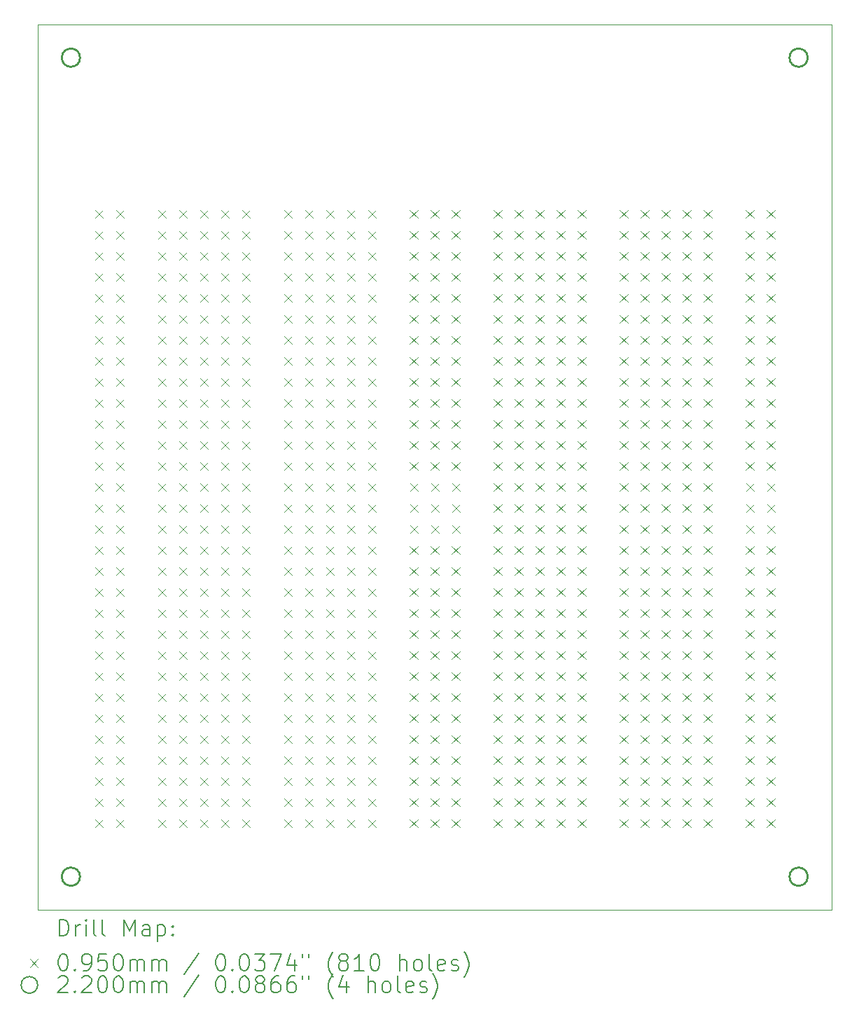
<source format=gbr>
%TF.GenerationSoftware,KiCad,Pcbnew,8.0.2*%
%TF.CreationDate,2024-08-26T09:48:10-06:00*%
%TF.ProjectId,Perfboard_1_Horizontal,50657266-626f-4617-9264-5f315f486f72,rev?*%
%TF.SameCoordinates,Original*%
%TF.FileFunction,Drillmap*%
%TF.FilePolarity,Positive*%
%FSLAX45Y45*%
G04 Gerber Fmt 4.5, Leading zero omitted, Abs format (unit mm)*
G04 Created by KiCad (PCBNEW 8.0.2) date 2024-08-26 09:48:10*
%MOMM*%
%LPD*%
G01*
G04 APERTURE LIST*
%ADD10C,0.050000*%
%ADD11C,0.025400*%
%ADD12C,0.200000*%
%ADD13C,0.100000*%
%ADD14C,0.220000*%
G04 APERTURE END LIST*
D10*
X10000000Y-13702000D02*
X10000000Y-3000000D01*
X10000000Y-3000000D02*
X19600000Y-3000000D01*
X19600000Y-3000000D02*
X19600000Y-13702000D01*
D11*
X19600000Y-13702000D02*
X10000000Y-13702000D01*
D12*
D13*
X10694500Y-5240500D02*
X10789500Y-5335500D01*
X10789500Y-5240500D02*
X10694500Y-5335500D01*
X10694500Y-5494500D02*
X10789500Y-5589500D01*
X10789500Y-5494500D02*
X10694500Y-5589500D01*
X10694500Y-5748500D02*
X10789500Y-5843500D01*
X10789500Y-5748500D02*
X10694500Y-5843500D01*
X10694500Y-6002500D02*
X10789500Y-6097500D01*
X10789500Y-6002500D02*
X10694500Y-6097500D01*
X10694500Y-6256500D02*
X10789500Y-6351500D01*
X10789500Y-6256500D02*
X10694500Y-6351500D01*
X10694500Y-6510500D02*
X10789500Y-6605500D01*
X10789500Y-6510500D02*
X10694500Y-6605500D01*
X10694500Y-6764500D02*
X10789500Y-6859500D01*
X10789500Y-6764500D02*
X10694500Y-6859500D01*
X10694500Y-7018500D02*
X10789500Y-7113500D01*
X10789500Y-7018500D02*
X10694500Y-7113500D01*
X10694500Y-7272500D02*
X10789500Y-7367500D01*
X10789500Y-7272500D02*
X10694500Y-7367500D01*
X10694500Y-7526500D02*
X10789500Y-7621500D01*
X10789500Y-7526500D02*
X10694500Y-7621500D01*
X10694500Y-7780500D02*
X10789500Y-7875500D01*
X10789500Y-7780500D02*
X10694500Y-7875500D01*
X10694500Y-8034500D02*
X10789500Y-8129500D01*
X10789500Y-8034500D02*
X10694500Y-8129500D01*
X10694500Y-8288500D02*
X10789500Y-8383500D01*
X10789500Y-8288500D02*
X10694500Y-8383500D01*
X10694500Y-8542500D02*
X10789500Y-8637500D01*
X10789500Y-8542500D02*
X10694500Y-8637500D01*
X10694500Y-8796500D02*
X10789500Y-8891500D01*
X10789500Y-8796500D02*
X10694500Y-8891500D01*
X10694500Y-9050500D02*
X10789500Y-9145500D01*
X10789500Y-9050500D02*
X10694500Y-9145500D01*
X10694500Y-9304500D02*
X10789500Y-9399500D01*
X10789500Y-9304500D02*
X10694500Y-9399500D01*
X10694500Y-9558500D02*
X10789500Y-9653500D01*
X10789500Y-9558500D02*
X10694500Y-9653500D01*
X10694500Y-9812500D02*
X10789500Y-9907500D01*
X10789500Y-9812500D02*
X10694500Y-9907500D01*
X10694500Y-10066500D02*
X10789500Y-10161500D01*
X10789500Y-10066500D02*
X10694500Y-10161500D01*
X10694500Y-10320500D02*
X10789500Y-10415500D01*
X10789500Y-10320500D02*
X10694500Y-10415500D01*
X10694500Y-10574500D02*
X10789500Y-10669500D01*
X10789500Y-10574500D02*
X10694500Y-10669500D01*
X10694500Y-10828500D02*
X10789500Y-10923500D01*
X10789500Y-10828500D02*
X10694500Y-10923500D01*
X10694500Y-11082500D02*
X10789500Y-11177500D01*
X10789500Y-11082500D02*
X10694500Y-11177500D01*
X10694500Y-11336500D02*
X10789500Y-11431500D01*
X10789500Y-11336500D02*
X10694500Y-11431500D01*
X10694500Y-11590500D02*
X10789500Y-11685500D01*
X10789500Y-11590500D02*
X10694500Y-11685500D01*
X10694500Y-11844500D02*
X10789500Y-11939500D01*
X10789500Y-11844500D02*
X10694500Y-11939500D01*
X10694500Y-12098500D02*
X10789500Y-12193500D01*
X10789500Y-12098500D02*
X10694500Y-12193500D01*
X10694500Y-12352500D02*
X10789500Y-12447500D01*
X10789500Y-12352500D02*
X10694500Y-12447500D01*
X10694500Y-12606500D02*
X10789500Y-12701500D01*
X10789500Y-12606500D02*
X10694500Y-12701500D01*
X10948500Y-5240500D02*
X11043500Y-5335500D01*
X11043500Y-5240500D02*
X10948500Y-5335500D01*
X10948500Y-5494500D02*
X11043500Y-5589500D01*
X11043500Y-5494500D02*
X10948500Y-5589500D01*
X10948500Y-5748500D02*
X11043500Y-5843500D01*
X11043500Y-5748500D02*
X10948500Y-5843500D01*
X10948500Y-6002500D02*
X11043500Y-6097500D01*
X11043500Y-6002500D02*
X10948500Y-6097500D01*
X10948500Y-6256500D02*
X11043500Y-6351500D01*
X11043500Y-6256500D02*
X10948500Y-6351500D01*
X10948500Y-6510500D02*
X11043500Y-6605500D01*
X11043500Y-6510500D02*
X10948500Y-6605500D01*
X10948500Y-6764500D02*
X11043500Y-6859500D01*
X11043500Y-6764500D02*
X10948500Y-6859500D01*
X10948500Y-7018500D02*
X11043500Y-7113500D01*
X11043500Y-7018500D02*
X10948500Y-7113500D01*
X10948500Y-7272500D02*
X11043500Y-7367500D01*
X11043500Y-7272500D02*
X10948500Y-7367500D01*
X10948500Y-7526500D02*
X11043500Y-7621500D01*
X11043500Y-7526500D02*
X10948500Y-7621500D01*
X10948500Y-7780500D02*
X11043500Y-7875500D01*
X11043500Y-7780500D02*
X10948500Y-7875500D01*
X10948500Y-8034500D02*
X11043500Y-8129500D01*
X11043500Y-8034500D02*
X10948500Y-8129500D01*
X10948500Y-8288500D02*
X11043500Y-8383500D01*
X11043500Y-8288500D02*
X10948500Y-8383500D01*
X10948500Y-8542500D02*
X11043500Y-8637500D01*
X11043500Y-8542500D02*
X10948500Y-8637500D01*
X10948500Y-8796500D02*
X11043500Y-8891500D01*
X11043500Y-8796500D02*
X10948500Y-8891500D01*
X10948500Y-9050500D02*
X11043500Y-9145500D01*
X11043500Y-9050500D02*
X10948500Y-9145500D01*
X10948500Y-9304500D02*
X11043500Y-9399500D01*
X11043500Y-9304500D02*
X10948500Y-9399500D01*
X10948500Y-9558500D02*
X11043500Y-9653500D01*
X11043500Y-9558500D02*
X10948500Y-9653500D01*
X10948500Y-9812500D02*
X11043500Y-9907500D01*
X11043500Y-9812500D02*
X10948500Y-9907500D01*
X10948500Y-10066500D02*
X11043500Y-10161500D01*
X11043500Y-10066500D02*
X10948500Y-10161500D01*
X10948500Y-10320500D02*
X11043500Y-10415500D01*
X11043500Y-10320500D02*
X10948500Y-10415500D01*
X10948500Y-10574500D02*
X11043500Y-10669500D01*
X11043500Y-10574500D02*
X10948500Y-10669500D01*
X10948500Y-10828500D02*
X11043500Y-10923500D01*
X11043500Y-10828500D02*
X10948500Y-10923500D01*
X10948500Y-11082500D02*
X11043500Y-11177500D01*
X11043500Y-11082500D02*
X10948500Y-11177500D01*
X10948500Y-11336500D02*
X11043500Y-11431500D01*
X11043500Y-11336500D02*
X10948500Y-11431500D01*
X10948500Y-11590500D02*
X11043500Y-11685500D01*
X11043500Y-11590500D02*
X10948500Y-11685500D01*
X10948500Y-11844500D02*
X11043500Y-11939500D01*
X11043500Y-11844500D02*
X10948500Y-11939500D01*
X10948500Y-12098500D02*
X11043500Y-12193500D01*
X11043500Y-12098500D02*
X10948500Y-12193500D01*
X10948500Y-12352500D02*
X11043500Y-12447500D01*
X11043500Y-12352500D02*
X10948500Y-12447500D01*
X10948500Y-12606500D02*
X11043500Y-12701500D01*
X11043500Y-12606500D02*
X10948500Y-12701500D01*
X11456500Y-5240500D02*
X11551500Y-5335500D01*
X11551500Y-5240500D02*
X11456500Y-5335500D01*
X11456500Y-5494500D02*
X11551500Y-5589500D01*
X11551500Y-5494500D02*
X11456500Y-5589500D01*
X11456500Y-5748500D02*
X11551500Y-5843500D01*
X11551500Y-5748500D02*
X11456500Y-5843500D01*
X11456500Y-6002500D02*
X11551500Y-6097500D01*
X11551500Y-6002500D02*
X11456500Y-6097500D01*
X11456500Y-6256500D02*
X11551500Y-6351500D01*
X11551500Y-6256500D02*
X11456500Y-6351500D01*
X11456500Y-6510500D02*
X11551500Y-6605500D01*
X11551500Y-6510500D02*
X11456500Y-6605500D01*
X11456500Y-6764500D02*
X11551500Y-6859500D01*
X11551500Y-6764500D02*
X11456500Y-6859500D01*
X11456500Y-7018500D02*
X11551500Y-7113500D01*
X11551500Y-7018500D02*
X11456500Y-7113500D01*
X11456500Y-7272500D02*
X11551500Y-7367500D01*
X11551500Y-7272500D02*
X11456500Y-7367500D01*
X11456500Y-7526500D02*
X11551500Y-7621500D01*
X11551500Y-7526500D02*
X11456500Y-7621500D01*
X11456500Y-7780500D02*
X11551500Y-7875500D01*
X11551500Y-7780500D02*
X11456500Y-7875500D01*
X11456500Y-8034500D02*
X11551500Y-8129500D01*
X11551500Y-8034500D02*
X11456500Y-8129500D01*
X11456500Y-8288500D02*
X11551500Y-8383500D01*
X11551500Y-8288500D02*
X11456500Y-8383500D01*
X11456500Y-8542500D02*
X11551500Y-8637500D01*
X11551500Y-8542500D02*
X11456500Y-8637500D01*
X11456500Y-8796500D02*
X11551500Y-8891500D01*
X11551500Y-8796500D02*
X11456500Y-8891500D01*
X11456500Y-9050500D02*
X11551500Y-9145500D01*
X11551500Y-9050500D02*
X11456500Y-9145500D01*
X11456500Y-9304500D02*
X11551500Y-9399500D01*
X11551500Y-9304500D02*
X11456500Y-9399500D01*
X11456500Y-9558500D02*
X11551500Y-9653500D01*
X11551500Y-9558500D02*
X11456500Y-9653500D01*
X11456500Y-9812500D02*
X11551500Y-9907500D01*
X11551500Y-9812500D02*
X11456500Y-9907500D01*
X11456500Y-10066500D02*
X11551500Y-10161500D01*
X11551500Y-10066500D02*
X11456500Y-10161500D01*
X11456500Y-10320500D02*
X11551500Y-10415500D01*
X11551500Y-10320500D02*
X11456500Y-10415500D01*
X11456500Y-10574500D02*
X11551500Y-10669500D01*
X11551500Y-10574500D02*
X11456500Y-10669500D01*
X11456500Y-10828500D02*
X11551500Y-10923500D01*
X11551500Y-10828500D02*
X11456500Y-10923500D01*
X11456500Y-11082500D02*
X11551500Y-11177500D01*
X11551500Y-11082500D02*
X11456500Y-11177500D01*
X11456500Y-11336500D02*
X11551500Y-11431500D01*
X11551500Y-11336500D02*
X11456500Y-11431500D01*
X11456500Y-11590500D02*
X11551500Y-11685500D01*
X11551500Y-11590500D02*
X11456500Y-11685500D01*
X11456500Y-11844500D02*
X11551500Y-11939500D01*
X11551500Y-11844500D02*
X11456500Y-11939500D01*
X11456500Y-12098500D02*
X11551500Y-12193500D01*
X11551500Y-12098500D02*
X11456500Y-12193500D01*
X11456500Y-12352500D02*
X11551500Y-12447500D01*
X11551500Y-12352500D02*
X11456500Y-12447500D01*
X11456500Y-12606500D02*
X11551500Y-12701500D01*
X11551500Y-12606500D02*
X11456500Y-12701500D01*
X11710500Y-5240500D02*
X11805500Y-5335500D01*
X11805500Y-5240500D02*
X11710500Y-5335500D01*
X11710500Y-5494500D02*
X11805500Y-5589500D01*
X11805500Y-5494500D02*
X11710500Y-5589500D01*
X11710500Y-5748500D02*
X11805500Y-5843500D01*
X11805500Y-5748500D02*
X11710500Y-5843500D01*
X11710500Y-6002500D02*
X11805500Y-6097500D01*
X11805500Y-6002500D02*
X11710500Y-6097500D01*
X11710500Y-6256500D02*
X11805500Y-6351500D01*
X11805500Y-6256500D02*
X11710500Y-6351500D01*
X11710500Y-6510500D02*
X11805500Y-6605500D01*
X11805500Y-6510500D02*
X11710500Y-6605500D01*
X11710500Y-6764500D02*
X11805500Y-6859500D01*
X11805500Y-6764500D02*
X11710500Y-6859500D01*
X11710500Y-7018500D02*
X11805500Y-7113500D01*
X11805500Y-7018500D02*
X11710500Y-7113500D01*
X11710500Y-7272500D02*
X11805500Y-7367500D01*
X11805500Y-7272500D02*
X11710500Y-7367500D01*
X11710500Y-7526500D02*
X11805500Y-7621500D01*
X11805500Y-7526500D02*
X11710500Y-7621500D01*
X11710500Y-7780500D02*
X11805500Y-7875500D01*
X11805500Y-7780500D02*
X11710500Y-7875500D01*
X11710500Y-8034500D02*
X11805500Y-8129500D01*
X11805500Y-8034500D02*
X11710500Y-8129500D01*
X11710500Y-8288500D02*
X11805500Y-8383500D01*
X11805500Y-8288500D02*
X11710500Y-8383500D01*
X11710500Y-8542500D02*
X11805500Y-8637500D01*
X11805500Y-8542500D02*
X11710500Y-8637500D01*
X11710500Y-8796500D02*
X11805500Y-8891500D01*
X11805500Y-8796500D02*
X11710500Y-8891500D01*
X11710500Y-9050500D02*
X11805500Y-9145500D01*
X11805500Y-9050500D02*
X11710500Y-9145500D01*
X11710500Y-9304500D02*
X11805500Y-9399500D01*
X11805500Y-9304500D02*
X11710500Y-9399500D01*
X11710500Y-9558500D02*
X11805500Y-9653500D01*
X11805500Y-9558500D02*
X11710500Y-9653500D01*
X11710500Y-9812500D02*
X11805500Y-9907500D01*
X11805500Y-9812500D02*
X11710500Y-9907500D01*
X11710500Y-10066500D02*
X11805500Y-10161500D01*
X11805500Y-10066500D02*
X11710500Y-10161500D01*
X11710500Y-10320500D02*
X11805500Y-10415500D01*
X11805500Y-10320500D02*
X11710500Y-10415500D01*
X11710500Y-10574500D02*
X11805500Y-10669500D01*
X11805500Y-10574500D02*
X11710500Y-10669500D01*
X11710500Y-10828500D02*
X11805500Y-10923500D01*
X11805500Y-10828500D02*
X11710500Y-10923500D01*
X11710500Y-11082500D02*
X11805500Y-11177500D01*
X11805500Y-11082500D02*
X11710500Y-11177500D01*
X11710500Y-11336500D02*
X11805500Y-11431500D01*
X11805500Y-11336500D02*
X11710500Y-11431500D01*
X11710500Y-11590500D02*
X11805500Y-11685500D01*
X11805500Y-11590500D02*
X11710500Y-11685500D01*
X11710500Y-11844500D02*
X11805500Y-11939500D01*
X11805500Y-11844500D02*
X11710500Y-11939500D01*
X11710500Y-12098500D02*
X11805500Y-12193500D01*
X11805500Y-12098500D02*
X11710500Y-12193500D01*
X11710500Y-12352500D02*
X11805500Y-12447500D01*
X11805500Y-12352500D02*
X11710500Y-12447500D01*
X11710500Y-12606500D02*
X11805500Y-12701500D01*
X11805500Y-12606500D02*
X11710500Y-12701500D01*
X11964500Y-5240500D02*
X12059500Y-5335500D01*
X12059500Y-5240500D02*
X11964500Y-5335500D01*
X11964500Y-5494500D02*
X12059500Y-5589500D01*
X12059500Y-5494500D02*
X11964500Y-5589500D01*
X11964500Y-5748500D02*
X12059500Y-5843500D01*
X12059500Y-5748500D02*
X11964500Y-5843500D01*
X11964500Y-6002500D02*
X12059500Y-6097500D01*
X12059500Y-6002500D02*
X11964500Y-6097500D01*
X11964500Y-6256500D02*
X12059500Y-6351500D01*
X12059500Y-6256500D02*
X11964500Y-6351500D01*
X11964500Y-6510500D02*
X12059500Y-6605500D01*
X12059500Y-6510500D02*
X11964500Y-6605500D01*
X11964500Y-6764500D02*
X12059500Y-6859500D01*
X12059500Y-6764500D02*
X11964500Y-6859500D01*
X11964500Y-7018500D02*
X12059500Y-7113500D01*
X12059500Y-7018500D02*
X11964500Y-7113500D01*
X11964500Y-7272500D02*
X12059500Y-7367500D01*
X12059500Y-7272500D02*
X11964500Y-7367500D01*
X11964500Y-7526500D02*
X12059500Y-7621500D01*
X12059500Y-7526500D02*
X11964500Y-7621500D01*
X11964500Y-7780500D02*
X12059500Y-7875500D01*
X12059500Y-7780500D02*
X11964500Y-7875500D01*
X11964500Y-8034500D02*
X12059500Y-8129500D01*
X12059500Y-8034500D02*
X11964500Y-8129500D01*
X11964500Y-8288500D02*
X12059500Y-8383500D01*
X12059500Y-8288500D02*
X11964500Y-8383500D01*
X11964500Y-8542500D02*
X12059500Y-8637500D01*
X12059500Y-8542500D02*
X11964500Y-8637500D01*
X11964500Y-8796500D02*
X12059500Y-8891500D01*
X12059500Y-8796500D02*
X11964500Y-8891500D01*
X11964500Y-9050500D02*
X12059500Y-9145500D01*
X12059500Y-9050500D02*
X11964500Y-9145500D01*
X11964500Y-9304500D02*
X12059500Y-9399500D01*
X12059500Y-9304500D02*
X11964500Y-9399500D01*
X11964500Y-9558500D02*
X12059500Y-9653500D01*
X12059500Y-9558500D02*
X11964500Y-9653500D01*
X11964500Y-9812500D02*
X12059500Y-9907500D01*
X12059500Y-9812500D02*
X11964500Y-9907500D01*
X11964500Y-10066500D02*
X12059500Y-10161500D01*
X12059500Y-10066500D02*
X11964500Y-10161500D01*
X11964500Y-10320500D02*
X12059500Y-10415500D01*
X12059500Y-10320500D02*
X11964500Y-10415500D01*
X11964500Y-10574500D02*
X12059500Y-10669500D01*
X12059500Y-10574500D02*
X11964500Y-10669500D01*
X11964500Y-10828500D02*
X12059500Y-10923500D01*
X12059500Y-10828500D02*
X11964500Y-10923500D01*
X11964500Y-11082500D02*
X12059500Y-11177500D01*
X12059500Y-11082500D02*
X11964500Y-11177500D01*
X11964500Y-11336500D02*
X12059500Y-11431500D01*
X12059500Y-11336500D02*
X11964500Y-11431500D01*
X11964500Y-11590500D02*
X12059500Y-11685500D01*
X12059500Y-11590500D02*
X11964500Y-11685500D01*
X11964500Y-11844500D02*
X12059500Y-11939500D01*
X12059500Y-11844500D02*
X11964500Y-11939500D01*
X11964500Y-12098500D02*
X12059500Y-12193500D01*
X12059500Y-12098500D02*
X11964500Y-12193500D01*
X11964500Y-12352500D02*
X12059500Y-12447500D01*
X12059500Y-12352500D02*
X11964500Y-12447500D01*
X11964500Y-12606500D02*
X12059500Y-12701500D01*
X12059500Y-12606500D02*
X11964500Y-12701500D01*
X12218500Y-5240500D02*
X12313500Y-5335500D01*
X12313500Y-5240500D02*
X12218500Y-5335500D01*
X12218500Y-5494500D02*
X12313500Y-5589500D01*
X12313500Y-5494500D02*
X12218500Y-5589500D01*
X12218500Y-5748500D02*
X12313500Y-5843500D01*
X12313500Y-5748500D02*
X12218500Y-5843500D01*
X12218500Y-6002500D02*
X12313500Y-6097500D01*
X12313500Y-6002500D02*
X12218500Y-6097500D01*
X12218500Y-6256500D02*
X12313500Y-6351500D01*
X12313500Y-6256500D02*
X12218500Y-6351500D01*
X12218500Y-6510500D02*
X12313500Y-6605500D01*
X12313500Y-6510500D02*
X12218500Y-6605500D01*
X12218500Y-6764500D02*
X12313500Y-6859500D01*
X12313500Y-6764500D02*
X12218500Y-6859500D01*
X12218500Y-7018500D02*
X12313500Y-7113500D01*
X12313500Y-7018500D02*
X12218500Y-7113500D01*
X12218500Y-7272500D02*
X12313500Y-7367500D01*
X12313500Y-7272500D02*
X12218500Y-7367500D01*
X12218500Y-7526500D02*
X12313500Y-7621500D01*
X12313500Y-7526500D02*
X12218500Y-7621500D01*
X12218500Y-7780500D02*
X12313500Y-7875500D01*
X12313500Y-7780500D02*
X12218500Y-7875500D01*
X12218500Y-8034500D02*
X12313500Y-8129500D01*
X12313500Y-8034500D02*
X12218500Y-8129500D01*
X12218500Y-8288500D02*
X12313500Y-8383500D01*
X12313500Y-8288500D02*
X12218500Y-8383500D01*
X12218500Y-8542500D02*
X12313500Y-8637500D01*
X12313500Y-8542500D02*
X12218500Y-8637500D01*
X12218500Y-8796500D02*
X12313500Y-8891500D01*
X12313500Y-8796500D02*
X12218500Y-8891500D01*
X12218500Y-9050500D02*
X12313500Y-9145500D01*
X12313500Y-9050500D02*
X12218500Y-9145500D01*
X12218500Y-9304500D02*
X12313500Y-9399500D01*
X12313500Y-9304500D02*
X12218500Y-9399500D01*
X12218500Y-9558500D02*
X12313500Y-9653500D01*
X12313500Y-9558500D02*
X12218500Y-9653500D01*
X12218500Y-9812500D02*
X12313500Y-9907500D01*
X12313500Y-9812500D02*
X12218500Y-9907500D01*
X12218500Y-10066500D02*
X12313500Y-10161500D01*
X12313500Y-10066500D02*
X12218500Y-10161500D01*
X12218500Y-10320500D02*
X12313500Y-10415500D01*
X12313500Y-10320500D02*
X12218500Y-10415500D01*
X12218500Y-10574500D02*
X12313500Y-10669500D01*
X12313500Y-10574500D02*
X12218500Y-10669500D01*
X12218500Y-10828500D02*
X12313500Y-10923500D01*
X12313500Y-10828500D02*
X12218500Y-10923500D01*
X12218500Y-11082500D02*
X12313500Y-11177500D01*
X12313500Y-11082500D02*
X12218500Y-11177500D01*
X12218500Y-11336500D02*
X12313500Y-11431500D01*
X12313500Y-11336500D02*
X12218500Y-11431500D01*
X12218500Y-11590500D02*
X12313500Y-11685500D01*
X12313500Y-11590500D02*
X12218500Y-11685500D01*
X12218500Y-11844500D02*
X12313500Y-11939500D01*
X12313500Y-11844500D02*
X12218500Y-11939500D01*
X12218500Y-12098500D02*
X12313500Y-12193500D01*
X12313500Y-12098500D02*
X12218500Y-12193500D01*
X12218500Y-12352500D02*
X12313500Y-12447500D01*
X12313500Y-12352500D02*
X12218500Y-12447500D01*
X12218500Y-12606500D02*
X12313500Y-12701500D01*
X12313500Y-12606500D02*
X12218500Y-12701500D01*
X12472500Y-5240500D02*
X12567500Y-5335500D01*
X12567500Y-5240500D02*
X12472500Y-5335500D01*
X12472500Y-5494500D02*
X12567500Y-5589500D01*
X12567500Y-5494500D02*
X12472500Y-5589500D01*
X12472500Y-5748500D02*
X12567500Y-5843500D01*
X12567500Y-5748500D02*
X12472500Y-5843500D01*
X12472500Y-6002500D02*
X12567500Y-6097500D01*
X12567500Y-6002500D02*
X12472500Y-6097500D01*
X12472500Y-6256500D02*
X12567500Y-6351500D01*
X12567500Y-6256500D02*
X12472500Y-6351500D01*
X12472500Y-6510500D02*
X12567500Y-6605500D01*
X12567500Y-6510500D02*
X12472500Y-6605500D01*
X12472500Y-6764500D02*
X12567500Y-6859500D01*
X12567500Y-6764500D02*
X12472500Y-6859500D01*
X12472500Y-7018500D02*
X12567500Y-7113500D01*
X12567500Y-7018500D02*
X12472500Y-7113500D01*
X12472500Y-7272500D02*
X12567500Y-7367500D01*
X12567500Y-7272500D02*
X12472500Y-7367500D01*
X12472500Y-7526500D02*
X12567500Y-7621500D01*
X12567500Y-7526500D02*
X12472500Y-7621500D01*
X12472500Y-7780500D02*
X12567500Y-7875500D01*
X12567500Y-7780500D02*
X12472500Y-7875500D01*
X12472500Y-8034500D02*
X12567500Y-8129500D01*
X12567500Y-8034500D02*
X12472500Y-8129500D01*
X12472500Y-8288500D02*
X12567500Y-8383500D01*
X12567500Y-8288500D02*
X12472500Y-8383500D01*
X12472500Y-8542500D02*
X12567500Y-8637500D01*
X12567500Y-8542500D02*
X12472500Y-8637500D01*
X12472500Y-8796500D02*
X12567500Y-8891500D01*
X12567500Y-8796500D02*
X12472500Y-8891500D01*
X12472500Y-9050500D02*
X12567500Y-9145500D01*
X12567500Y-9050500D02*
X12472500Y-9145500D01*
X12472500Y-9304500D02*
X12567500Y-9399500D01*
X12567500Y-9304500D02*
X12472500Y-9399500D01*
X12472500Y-9558500D02*
X12567500Y-9653500D01*
X12567500Y-9558500D02*
X12472500Y-9653500D01*
X12472500Y-9812500D02*
X12567500Y-9907500D01*
X12567500Y-9812500D02*
X12472500Y-9907500D01*
X12472500Y-10066500D02*
X12567500Y-10161500D01*
X12567500Y-10066500D02*
X12472500Y-10161500D01*
X12472500Y-10320500D02*
X12567500Y-10415500D01*
X12567500Y-10320500D02*
X12472500Y-10415500D01*
X12472500Y-10574500D02*
X12567500Y-10669500D01*
X12567500Y-10574500D02*
X12472500Y-10669500D01*
X12472500Y-10828500D02*
X12567500Y-10923500D01*
X12567500Y-10828500D02*
X12472500Y-10923500D01*
X12472500Y-11082500D02*
X12567500Y-11177500D01*
X12567500Y-11082500D02*
X12472500Y-11177500D01*
X12472500Y-11336500D02*
X12567500Y-11431500D01*
X12567500Y-11336500D02*
X12472500Y-11431500D01*
X12472500Y-11590500D02*
X12567500Y-11685500D01*
X12567500Y-11590500D02*
X12472500Y-11685500D01*
X12472500Y-11844500D02*
X12567500Y-11939500D01*
X12567500Y-11844500D02*
X12472500Y-11939500D01*
X12472500Y-12098500D02*
X12567500Y-12193500D01*
X12567500Y-12098500D02*
X12472500Y-12193500D01*
X12472500Y-12352500D02*
X12567500Y-12447500D01*
X12567500Y-12352500D02*
X12472500Y-12447500D01*
X12472500Y-12606500D02*
X12567500Y-12701500D01*
X12567500Y-12606500D02*
X12472500Y-12701500D01*
X12980500Y-5240500D02*
X13075500Y-5335500D01*
X13075500Y-5240500D02*
X12980500Y-5335500D01*
X12980500Y-5494500D02*
X13075500Y-5589500D01*
X13075500Y-5494500D02*
X12980500Y-5589500D01*
X12980500Y-5748500D02*
X13075500Y-5843500D01*
X13075500Y-5748500D02*
X12980500Y-5843500D01*
X12980500Y-6002500D02*
X13075500Y-6097500D01*
X13075500Y-6002500D02*
X12980500Y-6097500D01*
X12980500Y-6256500D02*
X13075500Y-6351500D01*
X13075500Y-6256500D02*
X12980500Y-6351500D01*
X12980500Y-6510500D02*
X13075500Y-6605500D01*
X13075500Y-6510500D02*
X12980500Y-6605500D01*
X12980500Y-6764500D02*
X13075500Y-6859500D01*
X13075500Y-6764500D02*
X12980500Y-6859500D01*
X12980500Y-7018500D02*
X13075500Y-7113500D01*
X13075500Y-7018500D02*
X12980500Y-7113500D01*
X12980500Y-7272500D02*
X13075500Y-7367500D01*
X13075500Y-7272500D02*
X12980500Y-7367500D01*
X12980500Y-7526500D02*
X13075500Y-7621500D01*
X13075500Y-7526500D02*
X12980500Y-7621500D01*
X12980500Y-7780500D02*
X13075500Y-7875500D01*
X13075500Y-7780500D02*
X12980500Y-7875500D01*
X12980500Y-8034500D02*
X13075500Y-8129500D01*
X13075500Y-8034500D02*
X12980500Y-8129500D01*
X12980500Y-8288500D02*
X13075500Y-8383500D01*
X13075500Y-8288500D02*
X12980500Y-8383500D01*
X12980500Y-8542500D02*
X13075500Y-8637500D01*
X13075500Y-8542500D02*
X12980500Y-8637500D01*
X12980500Y-8796500D02*
X13075500Y-8891500D01*
X13075500Y-8796500D02*
X12980500Y-8891500D01*
X12980500Y-9050500D02*
X13075500Y-9145500D01*
X13075500Y-9050500D02*
X12980500Y-9145500D01*
X12980500Y-9304500D02*
X13075500Y-9399500D01*
X13075500Y-9304500D02*
X12980500Y-9399500D01*
X12980500Y-9558500D02*
X13075500Y-9653500D01*
X13075500Y-9558500D02*
X12980500Y-9653500D01*
X12980500Y-9812500D02*
X13075500Y-9907500D01*
X13075500Y-9812500D02*
X12980500Y-9907500D01*
X12980500Y-10066500D02*
X13075500Y-10161500D01*
X13075500Y-10066500D02*
X12980500Y-10161500D01*
X12980500Y-10320500D02*
X13075500Y-10415500D01*
X13075500Y-10320500D02*
X12980500Y-10415500D01*
X12980500Y-10574500D02*
X13075500Y-10669500D01*
X13075500Y-10574500D02*
X12980500Y-10669500D01*
X12980500Y-10828500D02*
X13075500Y-10923500D01*
X13075500Y-10828500D02*
X12980500Y-10923500D01*
X12980500Y-11082500D02*
X13075500Y-11177500D01*
X13075500Y-11082500D02*
X12980500Y-11177500D01*
X12980500Y-11336500D02*
X13075500Y-11431500D01*
X13075500Y-11336500D02*
X12980500Y-11431500D01*
X12980500Y-11590500D02*
X13075500Y-11685500D01*
X13075500Y-11590500D02*
X12980500Y-11685500D01*
X12980500Y-11844500D02*
X13075500Y-11939500D01*
X13075500Y-11844500D02*
X12980500Y-11939500D01*
X12980500Y-12098500D02*
X13075500Y-12193500D01*
X13075500Y-12098500D02*
X12980500Y-12193500D01*
X12980500Y-12352500D02*
X13075500Y-12447500D01*
X13075500Y-12352500D02*
X12980500Y-12447500D01*
X12980500Y-12606500D02*
X13075500Y-12701500D01*
X13075500Y-12606500D02*
X12980500Y-12701500D01*
X13234500Y-5240500D02*
X13329500Y-5335500D01*
X13329500Y-5240500D02*
X13234500Y-5335500D01*
X13234500Y-5494500D02*
X13329500Y-5589500D01*
X13329500Y-5494500D02*
X13234500Y-5589500D01*
X13234500Y-5748500D02*
X13329500Y-5843500D01*
X13329500Y-5748500D02*
X13234500Y-5843500D01*
X13234500Y-6002500D02*
X13329500Y-6097500D01*
X13329500Y-6002500D02*
X13234500Y-6097500D01*
X13234500Y-6256500D02*
X13329500Y-6351500D01*
X13329500Y-6256500D02*
X13234500Y-6351500D01*
X13234500Y-6510500D02*
X13329500Y-6605500D01*
X13329500Y-6510500D02*
X13234500Y-6605500D01*
X13234500Y-6764500D02*
X13329500Y-6859500D01*
X13329500Y-6764500D02*
X13234500Y-6859500D01*
X13234500Y-7018500D02*
X13329500Y-7113500D01*
X13329500Y-7018500D02*
X13234500Y-7113500D01*
X13234500Y-7272500D02*
X13329500Y-7367500D01*
X13329500Y-7272500D02*
X13234500Y-7367500D01*
X13234500Y-7526500D02*
X13329500Y-7621500D01*
X13329500Y-7526500D02*
X13234500Y-7621500D01*
X13234500Y-7780500D02*
X13329500Y-7875500D01*
X13329500Y-7780500D02*
X13234500Y-7875500D01*
X13234500Y-8034500D02*
X13329500Y-8129500D01*
X13329500Y-8034500D02*
X13234500Y-8129500D01*
X13234500Y-8288500D02*
X13329500Y-8383500D01*
X13329500Y-8288500D02*
X13234500Y-8383500D01*
X13234500Y-8542500D02*
X13329500Y-8637500D01*
X13329500Y-8542500D02*
X13234500Y-8637500D01*
X13234500Y-8796500D02*
X13329500Y-8891500D01*
X13329500Y-8796500D02*
X13234500Y-8891500D01*
X13234500Y-9050500D02*
X13329500Y-9145500D01*
X13329500Y-9050500D02*
X13234500Y-9145500D01*
X13234500Y-9304500D02*
X13329500Y-9399500D01*
X13329500Y-9304500D02*
X13234500Y-9399500D01*
X13234500Y-9558500D02*
X13329500Y-9653500D01*
X13329500Y-9558500D02*
X13234500Y-9653500D01*
X13234500Y-9812500D02*
X13329500Y-9907500D01*
X13329500Y-9812500D02*
X13234500Y-9907500D01*
X13234500Y-10066500D02*
X13329500Y-10161500D01*
X13329500Y-10066500D02*
X13234500Y-10161500D01*
X13234500Y-10320500D02*
X13329500Y-10415500D01*
X13329500Y-10320500D02*
X13234500Y-10415500D01*
X13234500Y-10574500D02*
X13329500Y-10669500D01*
X13329500Y-10574500D02*
X13234500Y-10669500D01*
X13234500Y-10828500D02*
X13329500Y-10923500D01*
X13329500Y-10828500D02*
X13234500Y-10923500D01*
X13234500Y-11082500D02*
X13329500Y-11177500D01*
X13329500Y-11082500D02*
X13234500Y-11177500D01*
X13234500Y-11336500D02*
X13329500Y-11431500D01*
X13329500Y-11336500D02*
X13234500Y-11431500D01*
X13234500Y-11590500D02*
X13329500Y-11685500D01*
X13329500Y-11590500D02*
X13234500Y-11685500D01*
X13234500Y-11844500D02*
X13329500Y-11939500D01*
X13329500Y-11844500D02*
X13234500Y-11939500D01*
X13234500Y-12098500D02*
X13329500Y-12193500D01*
X13329500Y-12098500D02*
X13234500Y-12193500D01*
X13234500Y-12352500D02*
X13329500Y-12447500D01*
X13329500Y-12352500D02*
X13234500Y-12447500D01*
X13234500Y-12606500D02*
X13329500Y-12701500D01*
X13329500Y-12606500D02*
X13234500Y-12701500D01*
X13488500Y-5240500D02*
X13583500Y-5335500D01*
X13583500Y-5240500D02*
X13488500Y-5335500D01*
X13488500Y-5494500D02*
X13583500Y-5589500D01*
X13583500Y-5494500D02*
X13488500Y-5589500D01*
X13488500Y-5748500D02*
X13583500Y-5843500D01*
X13583500Y-5748500D02*
X13488500Y-5843500D01*
X13488500Y-6002500D02*
X13583500Y-6097500D01*
X13583500Y-6002500D02*
X13488500Y-6097500D01*
X13488500Y-6256500D02*
X13583500Y-6351500D01*
X13583500Y-6256500D02*
X13488500Y-6351500D01*
X13488500Y-6510500D02*
X13583500Y-6605500D01*
X13583500Y-6510500D02*
X13488500Y-6605500D01*
X13488500Y-6764500D02*
X13583500Y-6859500D01*
X13583500Y-6764500D02*
X13488500Y-6859500D01*
X13488500Y-7018500D02*
X13583500Y-7113500D01*
X13583500Y-7018500D02*
X13488500Y-7113500D01*
X13488500Y-7272500D02*
X13583500Y-7367500D01*
X13583500Y-7272500D02*
X13488500Y-7367500D01*
X13488500Y-7526500D02*
X13583500Y-7621500D01*
X13583500Y-7526500D02*
X13488500Y-7621500D01*
X13488500Y-7780500D02*
X13583500Y-7875500D01*
X13583500Y-7780500D02*
X13488500Y-7875500D01*
X13488500Y-8034500D02*
X13583500Y-8129500D01*
X13583500Y-8034500D02*
X13488500Y-8129500D01*
X13488500Y-8288500D02*
X13583500Y-8383500D01*
X13583500Y-8288500D02*
X13488500Y-8383500D01*
X13488500Y-8542500D02*
X13583500Y-8637500D01*
X13583500Y-8542500D02*
X13488500Y-8637500D01*
X13488500Y-8796500D02*
X13583500Y-8891500D01*
X13583500Y-8796500D02*
X13488500Y-8891500D01*
X13488500Y-9050500D02*
X13583500Y-9145500D01*
X13583500Y-9050500D02*
X13488500Y-9145500D01*
X13488500Y-9304500D02*
X13583500Y-9399500D01*
X13583500Y-9304500D02*
X13488500Y-9399500D01*
X13488500Y-9558500D02*
X13583500Y-9653500D01*
X13583500Y-9558500D02*
X13488500Y-9653500D01*
X13488500Y-9812500D02*
X13583500Y-9907500D01*
X13583500Y-9812500D02*
X13488500Y-9907500D01*
X13488500Y-10066500D02*
X13583500Y-10161500D01*
X13583500Y-10066500D02*
X13488500Y-10161500D01*
X13488500Y-10320500D02*
X13583500Y-10415500D01*
X13583500Y-10320500D02*
X13488500Y-10415500D01*
X13488500Y-10574500D02*
X13583500Y-10669500D01*
X13583500Y-10574500D02*
X13488500Y-10669500D01*
X13488500Y-10828500D02*
X13583500Y-10923500D01*
X13583500Y-10828500D02*
X13488500Y-10923500D01*
X13488500Y-11082500D02*
X13583500Y-11177500D01*
X13583500Y-11082500D02*
X13488500Y-11177500D01*
X13488500Y-11336500D02*
X13583500Y-11431500D01*
X13583500Y-11336500D02*
X13488500Y-11431500D01*
X13488500Y-11590500D02*
X13583500Y-11685500D01*
X13583500Y-11590500D02*
X13488500Y-11685500D01*
X13488500Y-11844500D02*
X13583500Y-11939500D01*
X13583500Y-11844500D02*
X13488500Y-11939500D01*
X13488500Y-12098500D02*
X13583500Y-12193500D01*
X13583500Y-12098500D02*
X13488500Y-12193500D01*
X13488500Y-12352500D02*
X13583500Y-12447500D01*
X13583500Y-12352500D02*
X13488500Y-12447500D01*
X13488500Y-12606500D02*
X13583500Y-12701500D01*
X13583500Y-12606500D02*
X13488500Y-12701500D01*
X13742500Y-5240500D02*
X13837500Y-5335500D01*
X13837500Y-5240500D02*
X13742500Y-5335500D01*
X13742500Y-5494500D02*
X13837500Y-5589500D01*
X13837500Y-5494500D02*
X13742500Y-5589500D01*
X13742500Y-5748500D02*
X13837500Y-5843500D01*
X13837500Y-5748500D02*
X13742500Y-5843500D01*
X13742500Y-6002500D02*
X13837500Y-6097500D01*
X13837500Y-6002500D02*
X13742500Y-6097500D01*
X13742500Y-6256500D02*
X13837500Y-6351500D01*
X13837500Y-6256500D02*
X13742500Y-6351500D01*
X13742500Y-6510500D02*
X13837500Y-6605500D01*
X13837500Y-6510500D02*
X13742500Y-6605500D01*
X13742500Y-6764500D02*
X13837500Y-6859500D01*
X13837500Y-6764500D02*
X13742500Y-6859500D01*
X13742500Y-7018500D02*
X13837500Y-7113500D01*
X13837500Y-7018500D02*
X13742500Y-7113500D01*
X13742500Y-7272500D02*
X13837500Y-7367500D01*
X13837500Y-7272500D02*
X13742500Y-7367500D01*
X13742500Y-7526500D02*
X13837500Y-7621500D01*
X13837500Y-7526500D02*
X13742500Y-7621500D01*
X13742500Y-7780500D02*
X13837500Y-7875500D01*
X13837500Y-7780500D02*
X13742500Y-7875500D01*
X13742500Y-8034500D02*
X13837500Y-8129500D01*
X13837500Y-8034500D02*
X13742500Y-8129500D01*
X13742500Y-8288500D02*
X13837500Y-8383500D01*
X13837500Y-8288500D02*
X13742500Y-8383500D01*
X13742500Y-8542500D02*
X13837500Y-8637500D01*
X13837500Y-8542500D02*
X13742500Y-8637500D01*
X13742500Y-8796500D02*
X13837500Y-8891500D01*
X13837500Y-8796500D02*
X13742500Y-8891500D01*
X13742500Y-9050500D02*
X13837500Y-9145500D01*
X13837500Y-9050500D02*
X13742500Y-9145500D01*
X13742500Y-9304500D02*
X13837500Y-9399500D01*
X13837500Y-9304500D02*
X13742500Y-9399500D01*
X13742500Y-9558500D02*
X13837500Y-9653500D01*
X13837500Y-9558500D02*
X13742500Y-9653500D01*
X13742500Y-9812500D02*
X13837500Y-9907500D01*
X13837500Y-9812500D02*
X13742500Y-9907500D01*
X13742500Y-10066500D02*
X13837500Y-10161500D01*
X13837500Y-10066500D02*
X13742500Y-10161500D01*
X13742500Y-10320500D02*
X13837500Y-10415500D01*
X13837500Y-10320500D02*
X13742500Y-10415500D01*
X13742500Y-10574500D02*
X13837500Y-10669500D01*
X13837500Y-10574500D02*
X13742500Y-10669500D01*
X13742500Y-10828500D02*
X13837500Y-10923500D01*
X13837500Y-10828500D02*
X13742500Y-10923500D01*
X13742500Y-11082500D02*
X13837500Y-11177500D01*
X13837500Y-11082500D02*
X13742500Y-11177500D01*
X13742500Y-11336500D02*
X13837500Y-11431500D01*
X13837500Y-11336500D02*
X13742500Y-11431500D01*
X13742500Y-11590500D02*
X13837500Y-11685500D01*
X13837500Y-11590500D02*
X13742500Y-11685500D01*
X13742500Y-11844500D02*
X13837500Y-11939500D01*
X13837500Y-11844500D02*
X13742500Y-11939500D01*
X13742500Y-12098500D02*
X13837500Y-12193500D01*
X13837500Y-12098500D02*
X13742500Y-12193500D01*
X13742500Y-12352500D02*
X13837500Y-12447500D01*
X13837500Y-12352500D02*
X13742500Y-12447500D01*
X13742500Y-12606500D02*
X13837500Y-12701500D01*
X13837500Y-12606500D02*
X13742500Y-12701500D01*
X13996500Y-5240500D02*
X14091500Y-5335500D01*
X14091500Y-5240500D02*
X13996500Y-5335500D01*
X13996500Y-5494500D02*
X14091500Y-5589500D01*
X14091500Y-5494500D02*
X13996500Y-5589500D01*
X13996500Y-5748500D02*
X14091500Y-5843500D01*
X14091500Y-5748500D02*
X13996500Y-5843500D01*
X13996500Y-6002500D02*
X14091500Y-6097500D01*
X14091500Y-6002500D02*
X13996500Y-6097500D01*
X13996500Y-6256500D02*
X14091500Y-6351500D01*
X14091500Y-6256500D02*
X13996500Y-6351500D01*
X13996500Y-6510500D02*
X14091500Y-6605500D01*
X14091500Y-6510500D02*
X13996500Y-6605500D01*
X13996500Y-6764500D02*
X14091500Y-6859500D01*
X14091500Y-6764500D02*
X13996500Y-6859500D01*
X13996500Y-7018500D02*
X14091500Y-7113500D01*
X14091500Y-7018500D02*
X13996500Y-7113500D01*
X13996500Y-7272500D02*
X14091500Y-7367500D01*
X14091500Y-7272500D02*
X13996500Y-7367500D01*
X13996500Y-7526500D02*
X14091500Y-7621500D01*
X14091500Y-7526500D02*
X13996500Y-7621500D01*
X13996500Y-7780500D02*
X14091500Y-7875500D01*
X14091500Y-7780500D02*
X13996500Y-7875500D01*
X13996500Y-8034500D02*
X14091500Y-8129500D01*
X14091500Y-8034500D02*
X13996500Y-8129500D01*
X13996500Y-8288500D02*
X14091500Y-8383500D01*
X14091500Y-8288500D02*
X13996500Y-8383500D01*
X13996500Y-8542500D02*
X14091500Y-8637500D01*
X14091500Y-8542500D02*
X13996500Y-8637500D01*
X13996500Y-8796500D02*
X14091500Y-8891500D01*
X14091500Y-8796500D02*
X13996500Y-8891500D01*
X13996500Y-9050500D02*
X14091500Y-9145500D01*
X14091500Y-9050500D02*
X13996500Y-9145500D01*
X13996500Y-9304500D02*
X14091500Y-9399500D01*
X14091500Y-9304500D02*
X13996500Y-9399500D01*
X13996500Y-9558500D02*
X14091500Y-9653500D01*
X14091500Y-9558500D02*
X13996500Y-9653500D01*
X13996500Y-9812500D02*
X14091500Y-9907500D01*
X14091500Y-9812500D02*
X13996500Y-9907500D01*
X13996500Y-10066500D02*
X14091500Y-10161500D01*
X14091500Y-10066500D02*
X13996500Y-10161500D01*
X13996500Y-10320500D02*
X14091500Y-10415500D01*
X14091500Y-10320500D02*
X13996500Y-10415500D01*
X13996500Y-10574500D02*
X14091500Y-10669500D01*
X14091500Y-10574500D02*
X13996500Y-10669500D01*
X13996500Y-10828500D02*
X14091500Y-10923500D01*
X14091500Y-10828500D02*
X13996500Y-10923500D01*
X13996500Y-11082500D02*
X14091500Y-11177500D01*
X14091500Y-11082500D02*
X13996500Y-11177500D01*
X13996500Y-11336500D02*
X14091500Y-11431500D01*
X14091500Y-11336500D02*
X13996500Y-11431500D01*
X13996500Y-11590500D02*
X14091500Y-11685500D01*
X14091500Y-11590500D02*
X13996500Y-11685500D01*
X13996500Y-11844500D02*
X14091500Y-11939500D01*
X14091500Y-11844500D02*
X13996500Y-11939500D01*
X13996500Y-12098500D02*
X14091500Y-12193500D01*
X14091500Y-12098500D02*
X13996500Y-12193500D01*
X13996500Y-12352500D02*
X14091500Y-12447500D01*
X14091500Y-12352500D02*
X13996500Y-12447500D01*
X13996500Y-12606500D02*
X14091500Y-12701500D01*
X14091500Y-12606500D02*
X13996500Y-12701500D01*
X14498500Y-5240500D02*
X14593500Y-5335500D01*
X14593500Y-5240500D02*
X14498500Y-5335500D01*
X14498500Y-5494500D02*
X14593500Y-5589500D01*
X14593500Y-5494500D02*
X14498500Y-5589500D01*
X14498500Y-5748500D02*
X14593500Y-5843500D01*
X14593500Y-5748500D02*
X14498500Y-5843500D01*
X14498500Y-6002500D02*
X14593500Y-6097500D01*
X14593500Y-6002500D02*
X14498500Y-6097500D01*
X14498500Y-6256500D02*
X14593500Y-6351500D01*
X14593500Y-6256500D02*
X14498500Y-6351500D01*
X14498500Y-6510500D02*
X14593500Y-6605500D01*
X14593500Y-6510500D02*
X14498500Y-6605500D01*
X14498500Y-6764500D02*
X14593500Y-6859500D01*
X14593500Y-6764500D02*
X14498500Y-6859500D01*
X14498500Y-7018500D02*
X14593500Y-7113500D01*
X14593500Y-7018500D02*
X14498500Y-7113500D01*
X14498500Y-7272500D02*
X14593500Y-7367500D01*
X14593500Y-7272500D02*
X14498500Y-7367500D01*
X14498500Y-7526500D02*
X14593500Y-7621500D01*
X14593500Y-7526500D02*
X14498500Y-7621500D01*
X14498500Y-7780500D02*
X14593500Y-7875500D01*
X14593500Y-7780500D02*
X14498500Y-7875500D01*
X14498500Y-8034500D02*
X14593500Y-8129500D01*
X14593500Y-8034500D02*
X14498500Y-8129500D01*
X14498500Y-8288500D02*
X14593500Y-8383500D01*
X14593500Y-8288500D02*
X14498500Y-8383500D01*
X14498500Y-9304500D02*
X14593500Y-9399500D01*
X14593500Y-9304500D02*
X14498500Y-9399500D01*
X14498500Y-9558500D02*
X14593500Y-9653500D01*
X14593500Y-9558500D02*
X14498500Y-9653500D01*
X14498500Y-9812500D02*
X14593500Y-9907500D01*
X14593500Y-9812500D02*
X14498500Y-9907500D01*
X14498500Y-10066500D02*
X14593500Y-10161500D01*
X14593500Y-10066500D02*
X14498500Y-10161500D01*
X14498500Y-10320500D02*
X14593500Y-10415500D01*
X14593500Y-10320500D02*
X14498500Y-10415500D01*
X14498500Y-10574500D02*
X14593500Y-10669500D01*
X14593500Y-10574500D02*
X14498500Y-10669500D01*
X14498500Y-10828500D02*
X14593500Y-10923500D01*
X14593500Y-10828500D02*
X14498500Y-10923500D01*
X14498500Y-11082500D02*
X14593500Y-11177500D01*
X14593500Y-11082500D02*
X14498500Y-11177500D01*
X14498500Y-11336500D02*
X14593500Y-11431500D01*
X14593500Y-11336500D02*
X14498500Y-11431500D01*
X14498500Y-11590500D02*
X14593500Y-11685500D01*
X14593500Y-11590500D02*
X14498500Y-11685500D01*
X14498500Y-11844500D02*
X14593500Y-11939500D01*
X14593500Y-11844500D02*
X14498500Y-11939500D01*
X14498500Y-12098500D02*
X14593500Y-12193500D01*
X14593500Y-12098500D02*
X14498500Y-12193500D01*
X14498500Y-12352500D02*
X14593500Y-12447500D01*
X14593500Y-12352500D02*
X14498500Y-12447500D01*
X14498500Y-12606500D02*
X14593500Y-12701500D01*
X14593500Y-12606500D02*
X14498500Y-12701500D01*
X14504500Y-8542500D02*
X14599500Y-8637500D01*
X14599500Y-8542500D02*
X14504500Y-8637500D01*
X14504500Y-8796500D02*
X14599500Y-8891500D01*
X14599500Y-8796500D02*
X14504500Y-8891500D01*
X14504500Y-9050500D02*
X14599500Y-9145500D01*
X14599500Y-9050500D02*
X14504500Y-9145500D01*
X14752500Y-5240500D02*
X14847500Y-5335500D01*
X14847500Y-5240500D02*
X14752500Y-5335500D01*
X14752500Y-5494500D02*
X14847500Y-5589500D01*
X14847500Y-5494500D02*
X14752500Y-5589500D01*
X14752500Y-5748500D02*
X14847500Y-5843500D01*
X14847500Y-5748500D02*
X14752500Y-5843500D01*
X14752500Y-6002500D02*
X14847500Y-6097500D01*
X14847500Y-6002500D02*
X14752500Y-6097500D01*
X14752500Y-6256500D02*
X14847500Y-6351500D01*
X14847500Y-6256500D02*
X14752500Y-6351500D01*
X14752500Y-6510500D02*
X14847500Y-6605500D01*
X14847500Y-6510500D02*
X14752500Y-6605500D01*
X14752500Y-6764500D02*
X14847500Y-6859500D01*
X14847500Y-6764500D02*
X14752500Y-6859500D01*
X14752500Y-7018500D02*
X14847500Y-7113500D01*
X14847500Y-7018500D02*
X14752500Y-7113500D01*
X14752500Y-7272500D02*
X14847500Y-7367500D01*
X14847500Y-7272500D02*
X14752500Y-7367500D01*
X14752500Y-7526500D02*
X14847500Y-7621500D01*
X14847500Y-7526500D02*
X14752500Y-7621500D01*
X14752500Y-7780500D02*
X14847500Y-7875500D01*
X14847500Y-7780500D02*
X14752500Y-7875500D01*
X14752500Y-8034500D02*
X14847500Y-8129500D01*
X14847500Y-8034500D02*
X14752500Y-8129500D01*
X14752500Y-8288500D02*
X14847500Y-8383500D01*
X14847500Y-8288500D02*
X14752500Y-8383500D01*
X14752500Y-9304500D02*
X14847500Y-9399500D01*
X14847500Y-9304500D02*
X14752500Y-9399500D01*
X14752500Y-9558500D02*
X14847500Y-9653500D01*
X14847500Y-9558500D02*
X14752500Y-9653500D01*
X14752500Y-9812500D02*
X14847500Y-9907500D01*
X14847500Y-9812500D02*
X14752500Y-9907500D01*
X14752500Y-10066500D02*
X14847500Y-10161500D01*
X14847500Y-10066500D02*
X14752500Y-10161500D01*
X14752500Y-10320500D02*
X14847500Y-10415500D01*
X14847500Y-10320500D02*
X14752500Y-10415500D01*
X14752500Y-10574500D02*
X14847500Y-10669500D01*
X14847500Y-10574500D02*
X14752500Y-10669500D01*
X14752500Y-10828500D02*
X14847500Y-10923500D01*
X14847500Y-10828500D02*
X14752500Y-10923500D01*
X14752500Y-11082500D02*
X14847500Y-11177500D01*
X14847500Y-11082500D02*
X14752500Y-11177500D01*
X14752500Y-11336500D02*
X14847500Y-11431500D01*
X14847500Y-11336500D02*
X14752500Y-11431500D01*
X14752500Y-11590500D02*
X14847500Y-11685500D01*
X14847500Y-11590500D02*
X14752500Y-11685500D01*
X14752500Y-11844500D02*
X14847500Y-11939500D01*
X14847500Y-11844500D02*
X14752500Y-11939500D01*
X14752500Y-12098500D02*
X14847500Y-12193500D01*
X14847500Y-12098500D02*
X14752500Y-12193500D01*
X14752500Y-12352500D02*
X14847500Y-12447500D01*
X14847500Y-12352500D02*
X14752500Y-12447500D01*
X14752500Y-12606500D02*
X14847500Y-12701500D01*
X14847500Y-12606500D02*
X14752500Y-12701500D01*
X14758500Y-8542500D02*
X14853500Y-8637500D01*
X14853500Y-8542500D02*
X14758500Y-8637500D01*
X14758500Y-8796500D02*
X14853500Y-8891500D01*
X14853500Y-8796500D02*
X14758500Y-8891500D01*
X14758500Y-9050500D02*
X14853500Y-9145500D01*
X14853500Y-9050500D02*
X14758500Y-9145500D01*
X15006500Y-5240500D02*
X15101500Y-5335500D01*
X15101500Y-5240500D02*
X15006500Y-5335500D01*
X15006500Y-5494500D02*
X15101500Y-5589500D01*
X15101500Y-5494500D02*
X15006500Y-5589500D01*
X15006500Y-5748500D02*
X15101500Y-5843500D01*
X15101500Y-5748500D02*
X15006500Y-5843500D01*
X15006500Y-6002500D02*
X15101500Y-6097500D01*
X15101500Y-6002500D02*
X15006500Y-6097500D01*
X15006500Y-6256500D02*
X15101500Y-6351500D01*
X15101500Y-6256500D02*
X15006500Y-6351500D01*
X15006500Y-6510500D02*
X15101500Y-6605500D01*
X15101500Y-6510500D02*
X15006500Y-6605500D01*
X15006500Y-6764500D02*
X15101500Y-6859500D01*
X15101500Y-6764500D02*
X15006500Y-6859500D01*
X15006500Y-7018500D02*
X15101500Y-7113500D01*
X15101500Y-7018500D02*
X15006500Y-7113500D01*
X15006500Y-7272500D02*
X15101500Y-7367500D01*
X15101500Y-7272500D02*
X15006500Y-7367500D01*
X15006500Y-7526500D02*
X15101500Y-7621500D01*
X15101500Y-7526500D02*
X15006500Y-7621500D01*
X15006500Y-7780500D02*
X15101500Y-7875500D01*
X15101500Y-7780500D02*
X15006500Y-7875500D01*
X15006500Y-8034500D02*
X15101500Y-8129500D01*
X15101500Y-8034500D02*
X15006500Y-8129500D01*
X15006500Y-8288500D02*
X15101500Y-8383500D01*
X15101500Y-8288500D02*
X15006500Y-8383500D01*
X15006500Y-9304500D02*
X15101500Y-9399500D01*
X15101500Y-9304500D02*
X15006500Y-9399500D01*
X15006500Y-9558500D02*
X15101500Y-9653500D01*
X15101500Y-9558500D02*
X15006500Y-9653500D01*
X15006500Y-9812500D02*
X15101500Y-9907500D01*
X15101500Y-9812500D02*
X15006500Y-9907500D01*
X15006500Y-10066500D02*
X15101500Y-10161500D01*
X15101500Y-10066500D02*
X15006500Y-10161500D01*
X15006500Y-10320500D02*
X15101500Y-10415500D01*
X15101500Y-10320500D02*
X15006500Y-10415500D01*
X15006500Y-10574500D02*
X15101500Y-10669500D01*
X15101500Y-10574500D02*
X15006500Y-10669500D01*
X15006500Y-10828500D02*
X15101500Y-10923500D01*
X15101500Y-10828500D02*
X15006500Y-10923500D01*
X15006500Y-11082500D02*
X15101500Y-11177500D01*
X15101500Y-11082500D02*
X15006500Y-11177500D01*
X15006500Y-11336500D02*
X15101500Y-11431500D01*
X15101500Y-11336500D02*
X15006500Y-11431500D01*
X15006500Y-11590500D02*
X15101500Y-11685500D01*
X15101500Y-11590500D02*
X15006500Y-11685500D01*
X15006500Y-11844500D02*
X15101500Y-11939500D01*
X15101500Y-11844500D02*
X15006500Y-11939500D01*
X15006500Y-12098500D02*
X15101500Y-12193500D01*
X15101500Y-12098500D02*
X15006500Y-12193500D01*
X15006500Y-12352500D02*
X15101500Y-12447500D01*
X15101500Y-12352500D02*
X15006500Y-12447500D01*
X15006500Y-12606500D02*
X15101500Y-12701500D01*
X15101500Y-12606500D02*
X15006500Y-12701500D01*
X15012500Y-8542500D02*
X15107500Y-8637500D01*
X15107500Y-8542500D02*
X15012500Y-8637500D01*
X15012500Y-8796500D02*
X15107500Y-8891500D01*
X15107500Y-8796500D02*
X15012500Y-8891500D01*
X15012500Y-9050500D02*
X15107500Y-9145500D01*
X15107500Y-9050500D02*
X15012500Y-9145500D01*
X15514500Y-5240500D02*
X15609500Y-5335500D01*
X15609500Y-5240500D02*
X15514500Y-5335500D01*
X15514500Y-5494500D02*
X15609500Y-5589500D01*
X15609500Y-5494500D02*
X15514500Y-5589500D01*
X15514500Y-5748500D02*
X15609500Y-5843500D01*
X15609500Y-5748500D02*
X15514500Y-5843500D01*
X15514500Y-6002500D02*
X15609500Y-6097500D01*
X15609500Y-6002500D02*
X15514500Y-6097500D01*
X15514500Y-6256500D02*
X15609500Y-6351500D01*
X15609500Y-6256500D02*
X15514500Y-6351500D01*
X15514500Y-6510500D02*
X15609500Y-6605500D01*
X15609500Y-6510500D02*
X15514500Y-6605500D01*
X15514500Y-6764500D02*
X15609500Y-6859500D01*
X15609500Y-6764500D02*
X15514500Y-6859500D01*
X15514500Y-7018500D02*
X15609500Y-7113500D01*
X15609500Y-7018500D02*
X15514500Y-7113500D01*
X15514500Y-7272500D02*
X15609500Y-7367500D01*
X15609500Y-7272500D02*
X15514500Y-7367500D01*
X15514500Y-7526500D02*
X15609500Y-7621500D01*
X15609500Y-7526500D02*
X15514500Y-7621500D01*
X15514500Y-7780500D02*
X15609500Y-7875500D01*
X15609500Y-7780500D02*
X15514500Y-7875500D01*
X15514500Y-8034500D02*
X15609500Y-8129500D01*
X15609500Y-8034500D02*
X15514500Y-8129500D01*
X15514500Y-8288500D02*
X15609500Y-8383500D01*
X15609500Y-8288500D02*
X15514500Y-8383500D01*
X15514500Y-8542500D02*
X15609500Y-8637500D01*
X15609500Y-8542500D02*
X15514500Y-8637500D01*
X15514500Y-8796500D02*
X15609500Y-8891500D01*
X15609500Y-8796500D02*
X15514500Y-8891500D01*
X15514500Y-9050500D02*
X15609500Y-9145500D01*
X15609500Y-9050500D02*
X15514500Y-9145500D01*
X15514500Y-9304500D02*
X15609500Y-9399500D01*
X15609500Y-9304500D02*
X15514500Y-9399500D01*
X15514500Y-9558500D02*
X15609500Y-9653500D01*
X15609500Y-9558500D02*
X15514500Y-9653500D01*
X15514500Y-9812500D02*
X15609500Y-9907500D01*
X15609500Y-9812500D02*
X15514500Y-9907500D01*
X15514500Y-10066500D02*
X15609500Y-10161500D01*
X15609500Y-10066500D02*
X15514500Y-10161500D01*
X15514500Y-10320500D02*
X15609500Y-10415500D01*
X15609500Y-10320500D02*
X15514500Y-10415500D01*
X15514500Y-10574500D02*
X15609500Y-10669500D01*
X15609500Y-10574500D02*
X15514500Y-10669500D01*
X15514500Y-10828500D02*
X15609500Y-10923500D01*
X15609500Y-10828500D02*
X15514500Y-10923500D01*
X15514500Y-11082500D02*
X15609500Y-11177500D01*
X15609500Y-11082500D02*
X15514500Y-11177500D01*
X15514500Y-11336500D02*
X15609500Y-11431500D01*
X15609500Y-11336500D02*
X15514500Y-11431500D01*
X15514500Y-11590500D02*
X15609500Y-11685500D01*
X15609500Y-11590500D02*
X15514500Y-11685500D01*
X15514500Y-11844500D02*
X15609500Y-11939500D01*
X15609500Y-11844500D02*
X15514500Y-11939500D01*
X15514500Y-12098500D02*
X15609500Y-12193500D01*
X15609500Y-12098500D02*
X15514500Y-12193500D01*
X15514500Y-12352500D02*
X15609500Y-12447500D01*
X15609500Y-12352500D02*
X15514500Y-12447500D01*
X15514500Y-12606500D02*
X15609500Y-12701500D01*
X15609500Y-12606500D02*
X15514500Y-12701500D01*
X15768500Y-5240500D02*
X15863500Y-5335500D01*
X15863500Y-5240500D02*
X15768500Y-5335500D01*
X15768500Y-5494500D02*
X15863500Y-5589500D01*
X15863500Y-5494500D02*
X15768500Y-5589500D01*
X15768500Y-5748500D02*
X15863500Y-5843500D01*
X15863500Y-5748500D02*
X15768500Y-5843500D01*
X15768500Y-6002500D02*
X15863500Y-6097500D01*
X15863500Y-6002500D02*
X15768500Y-6097500D01*
X15768500Y-6256500D02*
X15863500Y-6351500D01*
X15863500Y-6256500D02*
X15768500Y-6351500D01*
X15768500Y-6510500D02*
X15863500Y-6605500D01*
X15863500Y-6510500D02*
X15768500Y-6605500D01*
X15768500Y-6764500D02*
X15863500Y-6859500D01*
X15863500Y-6764500D02*
X15768500Y-6859500D01*
X15768500Y-7018500D02*
X15863500Y-7113500D01*
X15863500Y-7018500D02*
X15768500Y-7113500D01*
X15768500Y-7272500D02*
X15863500Y-7367500D01*
X15863500Y-7272500D02*
X15768500Y-7367500D01*
X15768500Y-7526500D02*
X15863500Y-7621500D01*
X15863500Y-7526500D02*
X15768500Y-7621500D01*
X15768500Y-7780500D02*
X15863500Y-7875500D01*
X15863500Y-7780500D02*
X15768500Y-7875500D01*
X15768500Y-8034500D02*
X15863500Y-8129500D01*
X15863500Y-8034500D02*
X15768500Y-8129500D01*
X15768500Y-8288500D02*
X15863500Y-8383500D01*
X15863500Y-8288500D02*
X15768500Y-8383500D01*
X15768500Y-8542500D02*
X15863500Y-8637500D01*
X15863500Y-8542500D02*
X15768500Y-8637500D01*
X15768500Y-8796500D02*
X15863500Y-8891500D01*
X15863500Y-8796500D02*
X15768500Y-8891500D01*
X15768500Y-9050500D02*
X15863500Y-9145500D01*
X15863500Y-9050500D02*
X15768500Y-9145500D01*
X15768500Y-9304500D02*
X15863500Y-9399500D01*
X15863500Y-9304500D02*
X15768500Y-9399500D01*
X15768500Y-9558500D02*
X15863500Y-9653500D01*
X15863500Y-9558500D02*
X15768500Y-9653500D01*
X15768500Y-9812500D02*
X15863500Y-9907500D01*
X15863500Y-9812500D02*
X15768500Y-9907500D01*
X15768500Y-10066500D02*
X15863500Y-10161500D01*
X15863500Y-10066500D02*
X15768500Y-10161500D01*
X15768500Y-10320500D02*
X15863500Y-10415500D01*
X15863500Y-10320500D02*
X15768500Y-10415500D01*
X15768500Y-10574500D02*
X15863500Y-10669500D01*
X15863500Y-10574500D02*
X15768500Y-10669500D01*
X15768500Y-10828500D02*
X15863500Y-10923500D01*
X15863500Y-10828500D02*
X15768500Y-10923500D01*
X15768500Y-11082500D02*
X15863500Y-11177500D01*
X15863500Y-11082500D02*
X15768500Y-11177500D01*
X15768500Y-11336500D02*
X15863500Y-11431500D01*
X15863500Y-11336500D02*
X15768500Y-11431500D01*
X15768500Y-11590500D02*
X15863500Y-11685500D01*
X15863500Y-11590500D02*
X15768500Y-11685500D01*
X15768500Y-11844500D02*
X15863500Y-11939500D01*
X15863500Y-11844500D02*
X15768500Y-11939500D01*
X15768500Y-12098500D02*
X15863500Y-12193500D01*
X15863500Y-12098500D02*
X15768500Y-12193500D01*
X15768500Y-12352500D02*
X15863500Y-12447500D01*
X15863500Y-12352500D02*
X15768500Y-12447500D01*
X15768500Y-12606500D02*
X15863500Y-12701500D01*
X15863500Y-12606500D02*
X15768500Y-12701500D01*
X16022500Y-5240500D02*
X16117500Y-5335500D01*
X16117500Y-5240500D02*
X16022500Y-5335500D01*
X16022500Y-5494500D02*
X16117500Y-5589500D01*
X16117500Y-5494500D02*
X16022500Y-5589500D01*
X16022500Y-5748500D02*
X16117500Y-5843500D01*
X16117500Y-5748500D02*
X16022500Y-5843500D01*
X16022500Y-6002500D02*
X16117500Y-6097500D01*
X16117500Y-6002500D02*
X16022500Y-6097500D01*
X16022500Y-6256500D02*
X16117500Y-6351500D01*
X16117500Y-6256500D02*
X16022500Y-6351500D01*
X16022500Y-6510500D02*
X16117500Y-6605500D01*
X16117500Y-6510500D02*
X16022500Y-6605500D01*
X16022500Y-6764500D02*
X16117500Y-6859500D01*
X16117500Y-6764500D02*
X16022500Y-6859500D01*
X16022500Y-7018500D02*
X16117500Y-7113500D01*
X16117500Y-7018500D02*
X16022500Y-7113500D01*
X16022500Y-7272500D02*
X16117500Y-7367500D01*
X16117500Y-7272500D02*
X16022500Y-7367500D01*
X16022500Y-7526500D02*
X16117500Y-7621500D01*
X16117500Y-7526500D02*
X16022500Y-7621500D01*
X16022500Y-7780500D02*
X16117500Y-7875500D01*
X16117500Y-7780500D02*
X16022500Y-7875500D01*
X16022500Y-8034500D02*
X16117500Y-8129500D01*
X16117500Y-8034500D02*
X16022500Y-8129500D01*
X16022500Y-8288500D02*
X16117500Y-8383500D01*
X16117500Y-8288500D02*
X16022500Y-8383500D01*
X16022500Y-8542500D02*
X16117500Y-8637500D01*
X16117500Y-8542500D02*
X16022500Y-8637500D01*
X16022500Y-8796500D02*
X16117500Y-8891500D01*
X16117500Y-8796500D02*
X16022500Y-8891500D01*
X16022500Y-9050500D02*
X16117500Y-9145500D01*
X16117500Y-9050500D02*
X16022500Y-9145500D01*
X16022500Y-9304500D02*
X16117500Y-9399500D01*
X16117500Y-9304500D02*
X16022500Y-9399500D01*
X16022500Y-9558500D02*
X16117500Y-9653500D01*
X16117500Y-9558500D02*
X16022500Y-9653500D01*
X16022500Y-9812500D02*
X16117500Y-9907500D01*
X16117500Y-9812500D02*
X16022500Y-9907500D01*
X16022500Y-10066500D02*
X16117500Y-10161500D01*
X16117500Y-10066500D02*
X16022500Y-10161500D01*
X16022500Y-10320500D02*
X16117500Y-10415500D01*
X16117500Y-10320500D02*
X16022500Y-10415500D01*
X16022500Y-10574500D02*
X16117500Y-10669500D01*
X16117500Y-10574500D02*
X16022500Y-10669500D01*
X16022500Y-10828500D02*
X16117500Y-10923500D01*
X16117500Y-10828500D02*
X16022500Y-10923500D01*
X16022500Y-11082500D02*
X16117500Y-11177500D01*
X16117500Y-11082500D02*
X16022500Y-11177500D01*
X16022500Y-11336500D02*
X16117500Y-11431500D01*
X16117500Y-11336500D02*
X16022500Y-11431500D01*
X16022500Y-11590500D02*
X16117500Y-11685500D01*
X16117500Y-11590500D02*
X16022500Y-11685500D01*
X16022500Y-11844500D02*
X16117500Y-11939500D01*
X16117500Y-11844500D02*
X16022500Y-11939500D01*
X16022500Y-12098500D02*
X16117500Y-12193500D01*
X16117500Y-12098500D02*
X16022500Y-12193500D01*
X16022500Y-12352500D02*
X16117500Y-12447500D01*
X16117500Y-12352500D02*
X16022500Y-12447500D01*
X16022500Y-12606500D02*
X16117500Y-12701500D01*
X16117500Y-12606500D02*
X16022500Y-12701500D01*
X16276500Y-5240500D02*
X16371500Y-5335500D01*
X16371500Y-5240500D02*
X16276500Y-5335500D01*
X16276500Y-5494500D02*
X16371500Y-5589500D01*
X16371500Y-5494500D02*
X16276500Y-5589500D01*
X16276500Y-5748500D02*
X16371500Y-5843500D01*
X16371500Y-5748500D02*
X16276500Y-5843500D01*
X16276500Y-6002500D02*
X16371500Y-6097500D01*
X16371500Y-6002500D02*
X16276500Y-6097500D01*
X16276500Y-6256500D02*
X16371500Y-6351500D01*
X16371500Y-6256500D02*
X16276500Y-6351500D01*
X16276500Y-6510500D02*
X16371500Y-6605500D01*
X16371500Y-6510500D02*
X16276500Y-6605500D01*
X16276500Y-6764500D02*
X16371500Y-6859500D01*
X16371500Y-6764500D02*
X16276500Y-6859500D01*
X16276500Y-7018500D02*
X16371500Y-7113500D01*
X16371500Y-7018500D02*
X16276500Y-7113500D01*
X16276500Y-7272500D02*
X16371500Y-7367500D01*
X16371500Y-7272500D02*
X16276500Y-7367500D01*
X16276500Y-7526500D02*
X16371500Y-7621500D01*
X16371500Y-7526500D02*
X16276500Y-7621500D01*
X16276500Y-7780500D02*
X16371500Y-7875500D01*
X16371500Y-7780500D02*
X16276500Y-7875500D01*
X16276500Y-8034500D02*
X16371500Y-8129500D01*
X16371500Y-8034500D02*
X16276500Y-8129500D01*
X16276500Y-8288500D02*
X16371500Y-8383500D01*
X16371500Y-8288500D02*
X16276500Y-8383500D01*
X16276500Y-8542500D02*
X16371500Y-8637500D01*
X16371500Y-8542500D02*
X16276500Y-8637500D01*
X16276500Y-8796500D02*
X16371500Y-8891500D01*
X16371500Y-8796500D02*
X16276500Y-8891500D01*
X16276500Y-9050500D02*
X16371500Y-9145500D01*
X16371500Y-9050500D02*
X16276500Y-9145500D01*
X16276500Y-9304500D02*
X16371500Y-9399500D01*
X16371500Y-9304500D02*
X16276500Y-9399500D01*
X16276500Y-9558500D02*
X16371500Y-9653500D01*
X16371500Y-9558500D02*
X16276500Y-9653500D01*
X16276500Y-9812500D02*
X16371500Y-9907500D01*
X16371500Y-9812500D02*
X16276500Y-9907500D01*
X16276500Y-10066500D02*
X16371500Y-10161500D01*
X16371500Y-10066500D02*
X16276500Y-10161500D01*
X16276500Y-10320500D02*
X16371500Y-10415500D01*
X16371500Y-10320500D02*
X16276500Y-10415500D01*
X16276500Y-10574500D02*
X16371500Y-10669500D01*
X16371500Y-10574500D02*
X16276500Y-10669500D01*
X16276500Y-10828500D02*
X16371500Y-10923500D01*
X16371500Y-10828500D02*
X16276500Y-10923500D01*
X16276500Y-11082500D02*
X16371500Y-11177500D01*
X16371500Y-11082500D02*
X16276500Y-11177500D01*
X16276500Y-11336500D02*
X16371500Y-11431500D01*
X16371500Y-11336500D02*
X16276500Y-11431500D01*
X16276500Y-11590500D02*
X16371500Y-11685500D01*
X16371500Y-11590500D02*
X16276500Y-11685500D01*
X16276500Y-11844500D02*
X16371500Y-11939500D01*
X16371500Y-11844500D02*
X16276500Y-11939500D01*
X16276500Y-12098500D02*
X16371500Y-12193500D01*
X16371500Y-12098500D02*
X16276500Y-12193500D01*
X16276500Y-12352500D02*
X16371500Y-12447500D01*
X16371500Y-12352500D02*
X16276500Y-12447500D01*
X16276500Y-12606500D02*
X16371500Y-12701500D01*
X16371500Y-12606500D02*
X16276500Y-12701500D01*
X16530500Y-5240500D02*
X16625500Y-5335500D01*
X16625500Y-5240500D02*
X16530500Y-5335500D01*
X16530500Y-5494500D02*
X16625500Y-5589500D01*
X16625500Y-5494500D02*
X16530500Y-5589500D01*
X16530500Y-5748500D02*
X16625500Y-5843500D01*
X16625500Y-5748500D02*
X16530500Y-5843500D01*
X16530500Y-6002500D02*
X16625500Y-6097500D01*
X16625500Y-6002500D02*
X16530500Y-6097500D01*
X16530500Y-6256500D02*
X16625500Y-6351500D01*
X16625500Y-6256500D02*
X16530500Y-6351500D01*
X16530500Y-6510500D02*
X16625500Y-6605500D01*
X16625500Y-6510500D02*
X16530500Y-6605500D01*
X16530500Y-6764500D02*
X16625500Y-6859500D01*
X16625500Y-6764500D02*
X16530500Y-6859500D01*
X16530500Y-7018500D02*
X16625500Y-7113500D01*
X16625500Y-7018500D02*
X16530500Y-7113500D01*
X16530500Y-7272500D02*
X16625500Y-7367500D01*
X16625500Y-7272500D02*
X16530500Y-7367500D01*
X16530500Y-7526500D02*
X16625500Y-7621500D01*
X16625500Y-7526500D02*
X16530500Y-7621500D01*
X16530500Y-7780500D02*
X16625500Y-7875500D01*
X16625500Y-7780500D02*
X16530500Y-7875500D01*
X16530500Y-8034500D02*
X16625500Y-8129500D01*
X16625500Y-8034500D02*
X16530500Y-8129500D01*
X16530500Y-8288500D02*
X16625500Y-8383500D01*
X16625500Y-8288500D02*
X16530500Y-8383500D01*
X16530500Y-8542500D02*
X16625500Y-8637500D01*
X16625500Y-8542500D02*
X16530500Y-8637500D01*
X16530500Y-8796500D02*
X16625500Y-8891500D01*
X16625500Y-8796500D02*
X16530500Y-8891500D01*
X16530500Y-9050500D02*
X16625500Y-9145500D01*
X16625500Y-9050500D02*
X16530500Y-9145500D01*
X16530500Y-9304500D02*
X16625500Y-9399500D01*
X16625500Y-9304500D02*
X16530500Y-9399500D01*
X16530500Y-9558500D02*
X16625500Y-9653500D01*
X16625500Y-9558500D02*
X16530500Y-9653500D01*
X16530500Y-9812500D02*
X16625500Y-9907500D01*
X16625500Y-9812500D02*
X16530500Y-9907500D01*
X16530500Y-10066500D02*
X16625500Y-10161500D01*
X16625500Y-10066500D02*
X16530500Y-10161500D01*
X16530500Y-10320500D02*
X16625500Y-10415500D01*
X16625500Y-10320500D02*
X16530500Y-10415500D01*
X16530500Y-10574500D02*
X16625500Y-10669500D01*
X16625500Y-10574500D02*
X16530500Y-10669500D01*
X16530500Y-10828500D02*
X16625500Y-10923500D01*
X16625500Y-10828500D02*
X16530500Y-10923500D01*
X16530500Y-11082500D02*
X16625500Y-11177500D01*
X16625500Y-11082500D02*
X16530500Y-11177500D01*
X16530500Y-11336500D02*
X16625500Y-11431500D01*
X16625500Y-11336500D02*
X16530500Y-11431500D01*
X16530500Y-11590500D02*
X16625500Y-11685500D01*
X16625500Y-11590500D02*
X16530500Y-11685500D01*
X16530500Y-11844500D02*
X16625500Y-11939500D01*
X16625500Y-11844500D02*
X16530500Y-11939500D01*
X16530500Y-12098500D02*
X16625500Y-12193500D01*
X16625500Y-12098500D02*
X16530500Y-12193500D01*
X16530500Y-12352500D02*
X16625500Y-12447500D01*
X16625500Y-12352500D02*
X16530500Y-12447500D01*
X16530500Y-12606500D02*
X16625500Y-12701500D01*
X16625500Y-12606500D02*
X16530500Y-12701500D01*
X17038500Y-5240500D02*
X17133500Y-5335500D01*
X17133500Y-5240500D02*
X17038500Y-5335500D01*
X17038500Y-5494500D02*
X17133500Y-5589500D01*
X17133500Y-5494500D02*
X17038500Y-5589500D01*
X17038500Y-5748500D02*
X17133500Y-5843500D01*
X17133500Y-5748500D02*
X17038500Y-5843500D01*
X17038500Y-6002500D02*
X17133500Y-6097500D01*
X17133500Y-6002500D02*
X17038500Y-6097500D01*
X17038500Y-6256500D02*
X17133500Y-6351500D01*
X17133500Y-6256500D02*
X17038500Y-6351500D01*
X17038500Y-6510500D02*
X17133500Y-6605500D01*
X17133500Y-6510500D02*
X17038500Y-6605500D01*
X17038500Y-6764500D02*
X17133500Y-6859500D01*
X17133500Y-6764500D02*
X17038500Y-6859500D01*
X17038500Y-7018500D02*
X17133500Y-7113500D01*
X17133500Y-7018500D02*
X17038500Y-7113500D01*
X17038500Y-7272500D02*
X17133500Y-7367500D01*
X17133500Y-7272500D02*
X17038500Y-7367500D01*
X17038500Y-7526500D02*
X17133500Y-7621500D01*
X17133500Y-7526500D02*
X17038500Y-7621500D01*
X17038500Y-7780500D02*
X17133500Y-7875500D01*
X17133500Y-7780500D02*
X17038500Y-7875500D01*
X17038500Y-8034500D02*
X17133500Y-8129500D01*
X17133500Y-8034500D02*
X17038500Y-8129500D01*
X17038500Y-8288500D02*
X17133500Y-8383500D01*
X17133500Y-8288500D02*
X17038500Y-8383500D01*
X17038500Y-8542500D02*
X17133500Y-8637500D01*
X17133500Y-8542500D02*
X17038500Y-8637500D01*
X17038500Y-8796500D02*
X17133500Y-8891500D01*
X17133500Y-8796500D02*
X17038500Y-8891500D01*
X17038500Y-9050500D02*
X17133500Y-9145500D01*
X17133500Y-9050500D02*
X17038500Y-9145500D01*
X17038500Y-9304500D02*
X17133500Y-9399500D01*
X17133500Y-9304500D02*
X17038500Y-9399500D01*
X17038500Y-9558500D02*
X17133500Y-9653500D01*
X17133500Y-9558500D02*
X17038500Y-9653500D01*
X17038500Y-9812500D02*
X17133500Y-9907500D01*
X17133500Y-9812500D02*
X17038500Y-9907500D01*
X17038500Y-10066500D02*
X17133500Y-10161500D01*
X17133500Y-10066500D02*
X17038500Y-10161500D01*
X17038500Y-10320500D02*
X17133500Y-10415500D01*
X17133500Y-10320500D02*
X17038500Y-10415500D01*
X17038500Y-10574500D02*
X17133500Y-10669500D01*
X17133500Y-10574500D02*
X17038500Y-10669500D01*
X17038500Y-10828500D02*
X17133500Y-10923500D01*
X17133500Y-10828500D02*
X17038500Y-10923500D01*
X17038500Y-11082500D02*
X17133500Y-11177500D01*
X17133500Y-11082500D02*
X17038500Y-11177500D01*
X17038500Y-11336500D02*
X17133500Y-11431500D01*
X17133500Y-11336500D02*
X17038500Y-11431500D01*
X17038500Y-11590500D02*
X17133500Y-11685500D01*
X17133500Y-11590500D02*
X17038500Y-11685500D01*
X17038500Y-11844500D02*
X17133500Y-11939500D01*
X17133500Y-11844500D02*
X17038500Y-11939500D01*
X17038500Y-12098500D02*
X17133500Y-12193500D01*
X17133500Y-12098500D02*
X17038500Y-12193500D01*
X17038500Y-12352500D02*
X17133500Y-12447500D01*
X17133500Y-12352500D02*
X17038500Y-12447500D01*
X17038500Y-12606500D02*
X17133500Y-12701500D01*
X17133500Y-12606500D02*
X17038500Y-12701500D01*
X17292500Y-5240500D02*
X17387500Y-5335500D01*
X17387500Y-5240500D02*
X17292500Y-5335500D01*
X17292500Y-5494500D02*
X17387500Y-5589500D01*
X17387500Y-5494500D02*
X17292500Y-5589500D01*
X17292500Y-5748500D02*
X17387500Y-5843500D01*
X17387500Y-5748500D02*
X17292500Y-5843500D01*
X17292500Y-6002500D02*
X17387500Y-6097500D01*
X17387500Y-6002500D02*
X17292500Y-6097500D01*
X17292500Y-6256500D02*
X17387500Y-6351500D01*
X17387500Y-6256500D02*
X17292500Y-6351500D01*
X17292500Y-6510500D02*
X17387500Y-6605500D01*
X17387500Y-6510500D02*
X17292500Y-6605500D01*
X17292500Y-6764500D02*
X17387500Y-6859500D01*
X17387500Y-6764500D02*
X17292500Y-6859500D01*
X17292500Y-7018500D02*
X17387500Y-7113500D01*
X17387500Y-7018500D02*
X17292500Y-7113500D01*
X17292500Y-7272500D02*
X17387500Y-7367500D01*
X17387500Y-7272500D02*
X17292500Y-7367500D01*
X17292500Y-7526500D02*
X17387500Y-7621500D01*
X17387500Y-7526500D02*
X17292500Y-7621500D01*
X17292500Y-7780500D02*
X17387500Y-7875500D01*
X17387500Y-7780500D02*
X17292500Y-7875500D01*
X17292500Y-8034500D02*
X17387500Y-8129500D01*
X17387500Y-8034500D02*
X17292500Y-8129500D01*
X17292500Y-8288500D02*
X17387500Y-8383500D01*
X17387500Y-8288500D02*
X17292500Y-8383500D01*
X17292500Y-8542500D02*
X17387500Y-8637500D01*
X17387500Y-8542500D02*
X17292500Y-8637500D01*
X17292500Y-8796500D02*
X17387500Y-8891500D01*
X17387500Y-8796500D02*
X17292500Y-8891500D01*
X17292500Y-9050500D02*
X17387500Y-9145500D01*
X17387500Y-9050500D02*
X17292500Y-9145500D01*
X17292500Y-9304500D02*
X17387500Y-9399500D01*
X17387500Y-9304500D02*
X17292500Y-9399500D01*
X17292500Y-9558500D02*
X17387500Y-9653500D01*
X17387500Y-9558500D02*
X17292500Y-9653500D01*
X17292500Y-9812500D02*
X17387500Y-9907500D01*
X17387500Y-9812500D02*
X17292500Y-9907500D01*
X17292500Y-10066500D02*
X17387500Y-10161500D01*
X17387500Y-10066500D02*
X17292500Y-10161500D01*
X17292500Y-10320500D02*
X17387500Y-10415500D01*
X17387500Y-10320500D02*
X17292500Y-10415500D01*
X17292500Y-10574500D02*
X17387500Y-10669500D01*
X17387500Y-10574500D02*
X17292500Y-10669500D01*
X17292500Y-10828500D02*
X17387500Y-10923500D01*
X17387500Y-10828500D02*
X17292500Y-10923500D01*
X17292500Y-11082500D02*
X17387500Y-11177500D01*
X17387500Y-11082500D02*
X17292500Y-11177500D01*
X17292500Y-11336500D02*
X17387500Y-11431500D01*
X17387500Y-11336500D02*
X17292500Y-11431500D01*
X17292500Y-11590500D02*
X17387500Y-11685500D01*
X17387500Y-11590500D02*
X17292500Y-11685500D01*
X17292500Y-11844500D02*
X17387500Y-11939500D01*
X17387500Y-11844500D02*
X17292500Y-11939500D01*
X17292500Y-12098500D02*
X17387500Y-12193500D01*
X17387500Y-12098500D02*
X17292500Y-12193500D01*
X17292500Y-12352500D02*
X17387500Y-12447500D01*
X17387500Y-12352500D02*
X17292500Y-12447500D01*
X17292500Y-12606500D02*
X17387500Y-12701500D01*
X17387500Y-12606500D02*
X17292500Y-12701500D01*
X17546500Y-5240500D02*
X17641500Y-5335500D01*
X17641500Y-5240500D02*
X17546500Y-5335500D01*
X17546500Y-5494500D02*
X17641500Y-5589500D01*
X17641500Y-5494500D02*
X17546500Y-5589500D01*
X17546500Y-5748500D02*
X17641500Y-5843500D01*
X17641500Y-5748500D02*
X17546500Y-5843500D01*
X17546500Y-6002500D02*
X17641500Y-6097500D01*
X17641500Y-6002500D02*
X17546500Y-6097500D01*
X17546500Y-6256500D02*
X17641500Y-6351500D01*
X17641500Y-6256500D02*
X17546500Y-6351500D01*
X17546500Y-6510500D02*
X17641500Y-6605500D01*
X17641500Y-6510500D02*
X17546500Y-6605500D01*
X17546500Y-6764500D02*
X17641500Y-6859500D01*
X17641500Y-6764500D02*
X17546500Y-6859500D01*
X17546500Y-7018500D02*
X17641500Y-7113500D01*
X17641500Y-7018500D02*
X17546500Y-7113500D01*
X17546500Y-7272500D02*
X17641500Y-7367500D01*
X17641500Y-7272500D02*
X17546500Y-7367500D01*
X17546500Y-7526500D02*
X17641500Y-7621500D01*
X17641500Y-7526500D02*
X17546500Y-7621500D01*
X17546500Y-7780500D02*
X17641500Y-7875500D01*
X17641500Y-7780500D02*
X17546500Y-7875500D01*
X17546500Y-8034500D02*
X17641500Y-8129500D01*
X17641500Y-8034500D02*
X17546500Y-8129500D01*
X17546500Y-8288500D02*
X17641500Y-8383500D01*
X17641500Y-8288500D02*
X17546500Y-8383500D01*
X17546500Y-8542500D02*
X17641500Y-8637500D01*
X17641500Y-8542500D02*
X17546500Y-8637500D01*
X17546500Y-8796500D02*
X17641500Y-8891500D01*
X17641500Y-8796500D02*
X17546500Y-8891500D01*
X17546500Y-9050500D02*
X17641500Y-9145500D01*
X17641500Y-9050500D02*
X17546500Y-9145500D01*
X17546500Y-9304500D02*
X17641500Y-9399500D01*
X17641500Y-9304500D02*
X17546500Y-9399500D01*
X17546500Y-9558500D02*
X17641500Y-9653500D01*
X17641500Y-9558500D02*
X17546500Y-9653500D01*
X17546500Y-9812500D02*
X17641500Y-9907500D01*
X17641500Y-9812500D02*
X17546500Y-9907500D01*
X17546500Y-10066500D02*
X17641500Y-10161500D01*
X17641500Y-10066500D02*
X17546500Y-10161500D01*
X17546500Y-10320500D02*
X17641500Y-10415500D01*
X17641500Y-10320500D02*
X17546500Y-10415500D01*
X17546500Y-10574500D02*
X17641500Y-10669500D01*
X17641500Y-10574500D02*
X17546500Y-10669500D01*
X17546500Y-10828500D02*
X17641500Y-10923500D01*
X17641500Y-10828500D02*
X17546500Y-10923500D01*
X17546500Y-11082500D02*
X17641500Y-11177500D01*
X17641500Y-11082500D02*
X17546500Y-11177500D01*
X17546500Y-11336500D02*
X17641500Y-11431500D01*
X17641500Y-11336500D02*
X17546500Y-11431500D01*
X17546500Y-11590500D02*
X17641500Y-11685500D01*
X17641500Y-11590500D02*
X17546500Y-11685500D01*
X17546500Y-11844500D02*
X17641500Y-11939500D01*
X17641500Y-11844500D02*
X17546500Y-11939500D01*
X17546500Y-12098500D02*
X17641500Y-12193500D01*
X17641500Y-12098500D02*
X17546500Y-12193500D01*
X17546500Y-12352500D02*
X17641500Y-12447500D01*
X17641500Y-12352500D02*
X17546500Y-12447500D01*
X17546500Y-12606500D02*
X17641500Y-12701500D01*
X17641500Y-12606500D02*
X17546500Y-12701500D01*
X17800500Y-5240500D02*
X17895500Y-5335500D01*
X17895500Y-5240500D02*
X17800500Y-5335500D01*
X17800500Y-5494500D02*
X17895500Y-5589500D01*
X17895500Y-5494500D02*
X17800500Y-5589500D01*
X17800500Y-5748500D02*
X17895500Y-5843500D01*
X17895500Y-5748500D02*
X17800500Y-5843500D01*
X17800500Y-6002500D02*
X17895500Y-6097500D01*
X17895500Y-6002500D02*
X17800500Y-6097500D01*
X17800500Y-6256500D02*
X17895500Y-6351500D01*
X17895500Y-6256500D02*
X17800500Y-6351500D01*
X17800500Y-6510500D02*
X17895500Y-6605500D01*
X17895500Y-6510500D02*
X17800500Y-6605500D01*
X17800500Y-6764500D02*
X17895500Y-6859500D01*
X17895500Y-6764500D02*
X17800500Y-6859500D01*
X17800500Y-7018500D02*
X17895500Y-7113500D01*
X17895500Y-7018500D02*
X17800500Y-7113500D01*
X17800500Y-7272500D02*
X17895500Y-7367500D01*
X17895500Y-7272500D02*
X17800500Y-7367500D01*
X17800500Y-7526500D02*
X17895500Y-7621500D01*
X17895500Y-7526500D02*
X17800500Y-7621500D01*
X17800500Y-7780500D02*
X17895500Y-7875500D01*
X17895500Y-7780500D02*
X17800500Y-7875500D01*
X17800500Y-8034500D02*
X17895500Y-8129500D01*
X17895500Y-8034500D02*
X17800500Y-8129500D01*
X17800500Y-8288500D02*
X17895500Y-8383500D01*
X17895500Y-8288500D02*
X17800500Y-8383500D01*
X17800500Y-8542500D02*
X17895500Y-8637500D01*
X17895500Y-8542500D02*
X17800500Y-8637500D01*
X17800500Y-8796500D02*
X17895500Y-8891500D01*
X17895500Y-8796500D02*
X17800500Y-8891500D01*
X17800500Y-9050500D02*
X17895500Y-9145500D01*
X17895500Y-9050500D02*
X17800500Y-9145500D01*
X17800500Y-9304500D02*
X17895500Y-9399500D01*
X17895500Y-9304500D02*
X17800500Y-9399500D01*
X17800500Y-9558500D02*
X17895500Y-9653500D01*
X17895500Y-9558500D02*
X17800500Y-9653500D01*
X17800500Y-9812500D02*
X17895500Y-9907500D01*
X17895500Y-9812500D02*
X17800500Y-9907500D01*
X17800500Y-10066500D02*
X17895500Y-10161500D01*
X17895500Y-10066500D02*
X17800500Y-10161500D01*
X17800500Y-10320500D02*
X17895500Y-10415500D01*
X17895500Y-10320500D02*
X17800500Y-10415500D01*
X17800500Y-10574500D02*
X17895500Y-10669500D01*
X17895500Y-10574500D02*
X17800500Y-10669500D01*
X17800500Y-10828500D02*
X17895500Y-10923500D01*
X17895500Y-10828500D02*
X17800500Y-10923500D01*
X17800500Y-11082500D02*
X17895500Y-11177500D01*
X17895500Y-11082500D02*
X17800500Y-11177500D01*
X17800500Y-11336500D02*
X17895500Y-11431500D01*
X17895500Y-11336500D02*
X17800500Y-11431500D01*
X17800500Y-11590500D02*
X17895500Y-11685500D01*
X17895500Y-11590500D02*
X17800500Y-11685500D01*
X17800500Y-11844500D02*
X17895500Y-11939500D01*
X17895500Y-11844500D02*
X17800500Y-11939500D01*
X17800500Y-12098500D02*
X17895500Y-12193500D01*
X17895500Y-12098500D02*
X17800500Y-12193500D01*
X17800500Y-12352500D02*
X17895500Y-12447500D01*
X17895500Y-12352500D02*
X17800500Y-12447500D01*
X17800500Y-12606500D02*
X17895500Y-12701500D01*
X17895500Y-12606500D02*
X17800500Y-12701500D01*
X18054500Y-5240500D02*
X18149500Y-5335500D01*
X18149500Y-5240500D02*
X18054500Y-5335500D01*
X18054500Y-5494500D02*
X18149500Y-5589500D01*
X18149500Y-5494500D02*
X18054500Y-5589500D01*
X18054500Y-5748500D02*
X18149500Y-5843500D01*
X18149500Y-5748500D02*
X18054500Y-5843500D01*
X18054500Y-6002500D02*
X18149500Y-6097500D01*
X18149500Y-6002500D02*
X18054500Y-6097500D01*
X18054500Y-6256500D02*
X18149500Y-6351500D01*
X18149500Y-6256500D02*
X18054500Y-6351500D01*
X18054500Y-6510500D02*
X18149500Y-6605500D01*
X18149500Y-6510500D02*
X18054500Y-6605500D01*
X18054500Y-6764500D02*
X18149500Y-6859500D01*
X18149500Y-6764500D02*
X18054500Y-6859500D01*
X18054500Y-7018500D02*
X18149500Y-7113500D01*
X18149500Y-7018500D02*
X18054500Y-7113500D01*
X18054500Y-7272500D02*
X18149500Y-7367500D01*
X18149500Y-7272500D02*
X18054500Y-7367500D01*
X18054500Y-7526500D02*
X18149500Y-7621500D01*
X18149500Y-7526500D02*
X18054500Y-7621500D01*
X18054500Y-7780500D02*
X18149500Y-7875500D01*
X18149500Y-7780500D02*
X18054500Y-7875500D01*
X18054500Y-8034500D02*
X18149500Y-8129500D01*
X18149500Y-8034500D02*
X18054500Y-8129500D01*
X18054500Y-8288500D02*
X18149500Y-8383500D01*
X18149500Y-8288500D02*
X18054500Y-8383500D01*
X18054500Y-8542500D02*
X18149500Y-8637500D01*
X18149500Y-8542500D02*
X18054500Y-8637500D01*
X18054500Y-8796500D02*
X18149500Y-8891500D01*
X18149500Y-8796500D02*
X18054500Y-8891500D01*
X18054500Y-9050500D02*
X18149500Y-9145500D01*
X18149500Y-9050500D02*
X18054500Y-9145500D01*
X18054500Y-9304500D02*
X18149500Y-9399500D01*
X18149500Y-9304500D02*
X18054500Y-9399500D01*
X18054500Y-9558500D02*
X18149500Y-9653500D01*
X18149500Y-9558500D02*
X18054500Y-9653500D01*
X18054500Y-9812500D02*
X18149500Y-9907500D01*
X18149500Y-9812500D02*
X18054500Y-9907500D01*
X18054500Y-10066500D02*
X18149500Y-10161500D01*
X18149500Y-10066500D02*
X18054500Y-10161500D01*
X18054500Y-10320500D02*
X18149500Y-10415500D01*
X18149500Y-10320500D02*
X18054500Y-10415500D01*
X18054500Y-10574500D02*
X18149500Y-10669500D01*
X18149500Y-10574500D02*
X18054500Y-10669500D01*
X18054500Y-10828500D02*
X18149500Y-10923500D01*
X18149500Y-10828500D02*
X18054500Y-10923500D01*
X18054500Y-11082500D02*
X18149500Y-11177500D01*
X18149500Y-11082500D02*
X18054500Y-11177500D01*
X18054500Y-11336500D02*
X18149500Y-11431500D01*
X18149500Y-11336500D02*
X18054500Y-11431500D01*
X18054500Y-11590500D02*
X18149500Y-11685500D01*
X18149500Y-11590500D02*
X18054500Y-11685500D01*
X18054500Y-11844500D02*
X18149500Y-11939500D01*
X18149500Y-11844500D02*
X18054500Y-11939500D01*
X18054500Y-12098500D02*
X18149500Y-12193500D01*
X18149500Y-12098500D02*
X18054500Y-12193500D01*
X18054500Y-12352500D02*
X18149500Y-12447500D01*
X18149500Y-12352500D02*
X18054500Y-12447500D01*
X18054500Y-12606500D02*
X18149500Y-12701500D01*
X18149500Y-12606500D02*
X18054500Y-12701500D01*
X18562500Y-5240500D02*
X18657500Y-5335500D01*
X18657500Y-5240500D02*
X18562500Y-5335500D01*
X18562500Y-5494500D02*
X18657500Y-5589500D01*
X18657500Y-5494500D02*
X18562500Y-5589500D01*
X18562500Y-5748500D02*
X18657500Y-5843500D01*
X18657500Y-5748500D02*
X18562500Y-5843500D01*
X18562500Y-6002500D02*
X18657500Y-6097500D01*
X18657500Y-6002500D02*
X18562500Y-6097500D01*
X18562500Y-6256500D02*
X18657500Y-6351500D01*
X18657500Y-6256500D02*
X18562500Y-6351500D01*
X18562500Y-6510500D02*
X18657500Y-6605500D01*
X18657500Y-6510500D02*
X18562500Y-6605500D01*
X18562500Y-6764500D02*
X18657500Y-6859500D01*
X18657500Y-6764500D02*
X18562500Y-6859500D01*
X18562500Y-7018500D02*
X18657500Y-7113500D01*
X18657500Y-7018500D02*
X18562500Y-7113500D01*
X18562500Y-7272500D02*
X18657500Y-7367500D01*
X18657500Y-7272500D02*
X18562500Y-7367500D01*
X18562500Y-7526500D02*
X18657500Y-7621500D01*
X18657500Y-7526500D02*
X18562500Y-7621500D01*
X18562500Y-7780500D02*
X18657500Y-7875500D01*
X18657500Y-7780500D02*
X18562500Y-7875500D01*
X18562500Y-8034500D02*
X18657500Y-8129500D01*
X18657500Y-8034500D02*
X18562500Y-8129500D01*
X18562500Y-8288500D02*
X18657500Y-8383500D01*
X18657500Y-8288500D02*
X18562500Y-8383500D01*
X18562500Y-9304500D02*
X18657500Y-9399500D01*
X18657500Y-9304500D02*
X18562500Y-9399500D01*
X18562500Y-9558500D02*
X18657500Y-9653500D01*
X18657500Y-9558500D02*
X18562500Y-9653500D01*
X18562500Y-9812500D02*
X18657500Y-9907500D01*
X18657500Y-9812500D02*
X18562500Y-9907500D01*
X18562500Y-10066500D02*
X18657500Y-10161500D01*
X18657500Y-10066500D02*
X18562500Y-10161500D01*
X18562500Y-10320500D02*
X18657500Y-10415500D01*
X18657500Y-10320500D02*
X18562500Y-10415500D01*
X18562500Y-10574500D02*
X18657500Y-10669500D01*
X18657500Y-10574500D02*
X18562500Y-10669500D01*
X18562500Y-10828500D02*
X18657500Y-10923500D01*
X18657500Y-10828500D02*
X18562500Y-10923500D01*
X18562500Y-11082500D02*
X18657500Y-11177500D01*
X18657500Y-11082500D02*
X18562500Y-11177500D01*
X18562500Y-11336500D02*
X18657500Y-11431500D01*
X18657500Y-11336500D02*
X18562500Y-11431500D01*
X18562500Y-11590500D02*
X18657500Y-11685500D01*
X18657500Y-11590500D02*
X18562500Y-11685500D01*
X18562500Y-11844500D02*
X18657500Y-11939500D01*
X18657500Y-11844500D02*
X18562500Y-11939500D01*
X18562500Y-12098500D02*
X18657500Y-12193500D01*
X18657500Y-12098500D02*
X18562500Y-12193500D01*
X18562500Y-12352500D02*
X18657500Y-12447500D01*
X18657500Y-12352500D02*
X18562500Y-12447500D01*
X18562500Y-12606500D02*
X18657500Y-12701500D01*
X18657500Y-12606500D02*
X18562500Y-12701500D01*
X18568500Y-8542500D02*
X18663500Y-8637500D01*
X18663500Y-8542500D02*
X18568500Y-8637500D01*
X18568500Y-8796500D02*
X18663500Y-8891500D01*
X18663500Y-8796500D02*
X18568500Y-8891500D01*
X18568500Y-9050500D02*
X18663500Y-9145500D01*
X18663500Y-9050500D02*
X18568500Y-9145500D01*
X18816500Y-5240500D02*
X18911500Y-5335500D01*
X18911500Y-5240500D02*
X18816500Y-5335500D01*
X18816500Y-5494500D02*
X18911500Y-5589500D01*
X18911500Y-5494500D02*
X18816500Y-5589500D01*
X18816500Y-5748500D02*
X18911500Y-5843500D01*
X18911500Y-5748500D02*
X18816500Y-5843500D01*
X18816500Y-6002500D02*
X18911500Y-6097500D01*
X18911500Y-6002500D02*
X18816500Y-6097500D01*
X18816500Y-6256500D02*
X18911500Y-6351500D01*
X18911500Y-6256500D02*
X18816500Y-6351500D01*
X18816500Y-6510500D02*
X18911500Y-6605500D01*
X18911500Y-6510500D02*
X18816500Y-6605500D01*
X18816500Y-6764500D02*
X18911500Y-6859500D01*
X18911500Y-6764500D02*
X18816500Y-6859500D01*
X18816500Y-7018500D02*
X18911500Y-7113500D01*
X18911500Y-7018500D02*
X18816500Y-7113500D01*
X18816500Y-7272500D02*
X18911500Y-7367500D01*
X18911500Y-7272500D02*
X18816500Y-7367500D01*
X18816500Y-7526500D02*
X18911500Y-7621500D01*
X18911500Y-7526500D02*
X18816500Y-7621500D01*
X18816500Y-7780500D02*
X18911500Y-7875500D01*
X18911500Y-7780500D02*
X18816500Y-7875500D01*
X18816500Y-8034500D02*
X18911500Y-8129500D01*
X18911500Y-8034500D02*
X18816500Y-8129500D01*
X18816500Y-8288500D02*
X18911500Y-8383500D01*
X18911500Y-8288500D02*
X18816500Y-8383500D01*
X18816500Y-9304500D02*
X18911500Y-9399500D01*
X18911500Y-9304500D02*
X18816500Y-9399500D01*
X18816500Y-9558500D02*
X18911500Y-9653500D01*
X18911500Y-9558500D02*
X18816500Y-9653500D01*
X18816500Y-9812500D02*
X18911500Y-9907500D01*
X18911500Y-9812500D02*
X18816500Y-9907500D01*
X18816500Y-10066500D02*
X18911500Y-10161500D01*
X18911500Y-10066500D02*
X18816500Y-10161500D01*
X18816500Y-10320500D02*
X18911500Y-10415500D01*
X18911500Y-10320500D02*
X18816500Y-10415500D01*
X18816500Y-10574500D02*
X18911500Y-10669500D01*
X18911500Y-10574500D02*
X18816500Y-10669500D01*
X18816500Y-10828500D02*
X18911500Y-10923500D01*
X18911500Y-10828500D02*
X18816500Y-10923500D01*
X18816500Y-11082500D02*
X18911500Y-11177500D01*
X18911500Y-11082500D02*
X18816500Y-11177500D01*
X18816500Y-11336500D02*
X18911500Y-11431500D01*
X18911500Y-11336500D02*
X18816500Y-11431500D01*
X18816500Y-11590500D02*
X18911500Y-11685500D01*
X18911500Y-11590500D02*
X18816500Y-11685500D01*
X18816500Y-11844500D02*
X18911500Y-11939500D01*
X18911500Y-11844500D02*
X18816500Y-11939500D01*
X18816500Y-12098500D02*
X18911500Y-12193500D01*
X18911500Y-12098500D02*
X18816500Y-12193500D01*
X18816500Y-12352500D02*
X18911500Y-12447500D01*
X18911500Y-12352500D02*
X18816500Y-12447500D01*
X18816500Y-12606500D02*
X18911500Y-12701500D01*
X18911500Y-12606500D02*
X18816500Y-12701500D01*
X18822500Y-8542500D02*
X18917500Y-8637500D01*
X18917500Y-8542500D02*
X18822500Y-8637500D01*
X18822500Y-8796500D02*
X18917500Y-8891500D01*
X18917500Y-8796500D02*
X18822500Y-8891500D01*
X18822500Y-9050500D02*
X18917500Y-9145500D01*
X18917500Y-9050500D02*
X18822500Y-9145500D01*
D14*
X10510000Y-3400000D02*
G75*
G02*
X10290000Y-3400000I-110000J0D01*
G01*
X10290000Y-3400000D02*
G75*
G02*
X10510000Y-3400000I110000J0D01*
G01*
X10510000Y-13300000D02*
G75*
G02*
X10290000Y-13300000I-110000J0D01*
G01*
X10290000Y-13300000D02*
G75*
G02*
X10510000Y-13300000I110000J0D01*
G01*
X19310000Y-3400000D02*
G75*
G02*
X19090000Y-3400000I-110000J0D01*
G01*
X19090000Y-3400000D02*
G75*
G02*
X19310000Y-3400000I110000J0D01*
G01*
X19310000Y-13300000D02*
G75*
G02*
X19090000Y-13300000I-110000J0D01*
G01*
X19090000Y-13300000D02*
G75*
G02*
X19310000Y-13300000I110000J0D01*
G01*
D12*
X10258277Y-14015984D02*
X10258277Y-13815984D01*
X10258277Y-13815984D02*
X10305896Y-13815984D01*
X10305896Y-13815984D02*
X10334467Y-13825508D01*
X10334467Y-13825508D02*
X10353515Y-13844555D01*
X10353515Y-13844555D02*
X10363039Y-13863603D01*
X10363039Y-13863603D02*
X10372563Y-13901698D01*
X10372563Y-13901698D02*
X10372563Y-13930269D01*
X10372563Y-13930269D02*
X10363039Y-13968365D01*
X10363039Y-13968365D02*
X10353515Y-13987412D01*
X10353515Y-13987412D02*
X10334467Y-14006460D01*
X10334467Y-14006460D02*
X10305896Y-14015984D01*
X10305896Y-14015984D02*
X10258277Y-14015984D01*
X10458277Y-14015984D02*
X10458277Y-13882650D01*
X10458277Y-13920746D02*
X10467801Y-13901698D01*
X10467801Y-13901698D02*
X10477324Y-13892174D01*
X10477324Y-13892174D02*
X10496372Y-13882650D01*
X10496372Y-13882650D02*
X10515420Y-13882650D01*
X10582086Y-14015984D02*
X10582086Y-13882650D01*
X10582086Y-13815984D02*
X10572563Y-13825508D01*
X10572563Y-13825508D02*
X10582086Y-13835031D01*
X10582086Y-13835031D02*
X10591610Y-13825508D01*
X10591610Y-13825508D02*
X10582086Y-13815984D01*
X10582086Y-13815984D02*
X10582086Y-13835031D01*
X10705896Y-14015984D02*
X10686848Y-14006460D01*
X10686848Y-14006460D02*
X10677324Y-13987412D01*
X10677324Y-13987412D02*
X10677324Y-13815984D01*
X10810658Y-14015984D02*
X10791610Y-14006460D01*
X10791610Y-14006460D02*
X10782086Y-13987412D01*
X10782086Y-13987412D02*
X10782086Y-13815984D01*
X11039229Y-14015984D02*
X11039229Y-13815984D01*
X11039229Y-13815984D02*
X11105896Y-13958841D01*
X11105896Y-13958841D02*
X11172563Y-13815984D01*
X11172563Y-13815984D02*
X11172563Y-14015984D01*
X11353515Y-14015984D02*
X11353515Y-13911222D01*
X11353515Y-13911222D02*
X11343991Y-13892174D01*
X11343991Y-13892174D02*
X11324943Y-13882650D01*
X11324943Y-13882650D02*
X11286848Y-13882650D01*
X11286848Y-13882650D02*
X11267801Y-13892174D01*
X11353515Y-14006460D02*
X11334467Y-14015984D01*
X11334467Y-14015984D02*
X11286848Y-14015984D01*
X11286848Y-14015984D02*
X11267801Y-14006460D01*
X11267801Y-14006460D02*
X11258277Y-13987412D01*
X11258277Y-13987412D02*
X11258277Y-13968365D01*
X11258277Y-13968365D02*
X11267801Y-13949317D01*
X11267801Y-13949317D02*
X11286848Y-13939793D01*
X11286848Y-13939793D02*
X11334467Y-13939793D01*
X11334467Y-13939793D02*
X11353515Y-13930269D01*
X11448753Y-13882650D02*
X11448753Y-14082650D01*
X11448753Y-13892174D02*
X11467801Y-13882650D01*
X11467801Y-13882650D02*
X11505896Y-13882650D01*
X11505896Y-13882650D02*
X11524943Y-13892174D01*
X11524943Y-13892174D02*
X11534467Y-13901698D01*
X11534467Y-13901698D02*
X11543991Y-13920746D01*
X11543991Y-13920746D02*
X11543991Y-13977888D01*
X11543991Y-13977888D02*
X11534467Y-13996936D01*
X11534467Y-13996936D02*
X11524943Y-14006460D01*
X11524943Y-14006460D02*
X11505896Y-14015984D01*
X11505896Y-14015984D02*
X11467801Y-14015984D01*
X11467801Y-14015984D02*
X11448753Y-14006460D01*
X11629705Y-13996936D02*
X11639229Y-14006460D01*
X11639229Y-14006460D02*
X11629705Y-14015984D01*
X11629705Y-14015984D02*
X11620182Y-14006460D01*
X11620182Y-14006460D02*
X11629705Y-13996936D01*
X11629705Y-13996936D02*
X11629705Y-14015984D01*
X11629705Y-13892174D02*
X11639229Y-13901698D01*
X11639229Y-13901698D02*
X11629705Y-13911222D01*
X11629705Y-13911222D02*
X11620182Y-13901698D01*
X11620182Y-13901698D02*
X11629705Y-13892174D01*
X11629705Y-13892174D02*
X11629705Y-13911222D01*
D13*
X9902500Y-14297000D02*
X9997500Y-14392000D01*
X9997500Y-14297000D02*
X9902500Y-14392000D01*
D12*
X10296372Y-14235984D02*
X10315420Y-14235984D01*
X10315420Y-14235984D02*
X10334467Y-14245508D01*
X10334467Y-14245508D02*
X10343991Y-14255031D01*
X10343991Y-14255031D02*
X10353515Y-14274079D01*
X10353515Y-14274079D02*
X10363039Y-14312174D01*
X10363039Y-14312174D02*
X10363039Y-14359793D01*
X10363039Y-14359793D02*
X10353515Y-14397888D01*
X10353515Y-14397888D02*
X10343991Y-14416936D01*
X10343991Y-14416936D02*
X10334467Y-14426460D01*
X10334467Y-14426460D02*
X10315420Y-14435984D01*
X10315420Y-14435984D02*
X10296372Y-14435984D01*
X10296372Y-14435984D02*
X10277324Y-14426460D01*
X10277324Y-14426460D02*
X10267801Y-14416936D01*
X10267801Y-14416936D02*
X10258277Y-14397888D01*
X10258277Y-14397888D02*
X10248753Y-14359793D01*
X10248753Y-14359793D02*
X10248753Y-14312174D01*
X10248753Y-14312174D02*
X10258277Y-14274079D01*
X10258277Y-14274079D02*
X10267801Y-14255031D01*
X10267801Y-14255031D02*
X10277324Y-14245508D01*
X10277324Y-14245508D02*
X10296372Y-14235984D01*
X10448753Y-14416936D02*
X10458277Y-14426460D01*
X10458277Y-14426460D02*
X10448753Y-14435984D01*
X10448753Y-14435984D02*
X10439229Y-14426460D01*
X10439229Y-14426460D02*
X10448753Y-14416936D01*
X10448753Y-14416936D02*
X10448753Y-14435984D01*
X10553515Y-14435984D02*
X10591610Y-14435984D01*
X10591610Y-14435984D02*
X10610658Y-14426460D01*
X10610658Y-14426460D02*
X10620182Y-14416936D01*
X10620182Y-14416936D02*
X10639229Y-14388365D01*
X10639229Y-14388365D02*
X10648753Y-14350269D01*
X10648753Y-14350269D02*
X10648753Y-14274079D01*
X10648753Y-14274079D02*
X10639229Y-14255031D01*
X10639229Y-14255031D02*
X10629705Y-14245508D01*
X10629705Y-14245508D02*
X10610658Y-14235984D01*
X10610658Y-14235984D02*
X10572563Y-14235984D01*
X10572563Y-14235984D02*
X10553515Y-14245508D01*
X10553515Y-14245508D02*
X10543991Y-14255031D01*
X10543991Y-14255031D02*
X10534467Y-14274079D01*
X10534467Y-14274079D02*
X10534467Y-14321698D01*
X10534467Y-14321698D02*
X10543991Y-14340746D01*
X10543991Y-14340746D02*
X10553515Y-14350269D01*
X10553515Y-14350269D02*
X10572563Y-14359793D01*
X10572563Y-14359793D02*
X10610658Y-14359793D01*
X10610658Y-14359793D02*
X10629705Y-14350269D01*
X10629705Y-14350269D02*
X10639229Y-14340746D01*
X10639229Y-14340746D02*
X10648753Y-14321698D01*
X10829705Y-14235984D02*
X10734467Y-14235984D01*
X10734467Y-14235984D02*
X10724944Y-14331222D01*
X10724944Y-14331222D02*
X10734467Y-14321698D01*
X10734467Y-14321698D02*
X10753515Y-14312174D01*
X10753515Y-14312174D02*
X10801134Y-14312174D01*
X10801134Y-14312174D02*
X10820182Y-14321698D01*
X10820182Y-14321698D02*
X10829705Y-14331222D01*
X10829705Y-14331222D02*
X10839229Y-14350269D01*
X10839229Y-14350269D02*
X10839229Y-14397888D01*
X10839229Y-14397888D02*
X10829705Y-14416936D01*
X10829705Y-14416936D02*
X10820182Y-14426460D01*
X10820182Y-14426460D02*
X10801134Y-14435984D01*
X10801134Y-14435984D02*
X10753515Y-14435984D01*
X10753515Y-14435984D02*
X10734467Y-14426460D01*
X10734467Y-14426460D02*
X10724944Y-14416936D01*
X10963039Y-14235984D02*
X10982086Y-14235984D01*
X10982086Y-14235984D02*
X11001134Y-14245508D01*
X11001134Y-14245508D02*
X11010658Y-14255031D01*
X11010658Y-14255031D02*
X11020182Y-14274079D01*
X11020182Y-14274079D02*
X11029705Y-14312174D01*
X11029705Y-14312174D02*
X11029705Y-14359793D01*
X11029705Y-14359793D02*
X11020182Y-14397888D01*
X11020182Y-14397888D02*
X11010658Y-14416936D01*
X11010658Y-14416936D02*
X11001134Y-14426460D01*
X11001134Y-14426460D02*
X10982086Y-14435984D01*
X10982086Y-14435984D02*
X10963039Y-14435984D01*
X10963039Y-14435984D02*
X10943991Y-14426460D01*
X10943991Y-14426460D02*
X10934467Y-14416936D01*
X10934467Y-14416936D02*
X10924944Y-14397888D01*
X10924944Y-14397888D02*
X10915420Y-14359793D01*
X10915420Y-14359793D02*
X10915420Y-14312174D01*
X10915420Y-14312174D02*
X10924944Y-14274079D01*
X10924944Y-14274079D02*
X10934467Y-14255031D01*
X10934467Y-14255031D02*
X10943991Y-14245508D01*
X10943991Y-14245508D02*
X10963039Y-14235984D01*
X11115420Y-14435984D02*
X11115420Y-14302650D01*
X11115420Y-14321698D02*
X11124944Y-14312174D01*
X11124944Y-14312174D02*
X11143991Y-14302650D01*
X11143991Y-14302650D02*
X11172563Y-14302650D01*
X11172563Y-14302650D02*
X11191610Y-14312174D01*
X11191610Y-14312174D02*
X11201134Y-14331222D01*
X11201134Y-14331222D02*
X11201134Y-14435984D01*
X11201134Y-14331222D02*
X11210658Y-14312174D01*
X11210658Y-14312174D02*
X11229705Y-14302650D01*
X11229705Y-14302650D02*
X11258277Y-14302650D01*
X11258277Y-14302650D02*
X11277324Y-14312174D01*
X11277324Y-14312174D02*
X11286848Y-14331222D01*
X11286848Y-14331222D02*
X11286848Y-14435984D01*
X11382086Y-14435984D02*
X11382086Y-14302650D01*
X11382086Y-14321698D02*
X11391610Y-14312174D01*
X11391610Y-14312174D02*
X11410658Y-14302650D01*
X11410658Y-14302650D02*
X11439229Y-14302650D01*
X11439229Y-14302650D02*
X11458277Y-14312174D01*
X11458277Y-14312174D02*
X11467801Y-14331222D01*
X11467801Y-14331222D02*
X11467801Y-14435984D01*
X11467801Y-14331222D02*
X11477324Y-14312174D01*
X11477324Y-14312174D02*
X11496372Y-14302650D01*
X11496372Y-14302650D02*
X11524943Y-14302650D01*
X11524943Y-14302650D02*
X11543991Y-14312174D01*
X11543991Y-14312174D02*
X11553515Y-14331222D01*
X11553515Y-14331222D02*
X11553515Y-14435984D01*
X11943991Y-14226460D02*
X11772563Y-14483603D01*
X12201134Y-14235984D02*
X12220182Y-14235984D01*
X12220182Y-14235984D02*
X12239229Y-14245508D01*
X12239229Y-14245508D02*
X12248753Y-14255031D01*
X12248753Y-14255031D02*
X12258277Y-14274079D01*
X12258277Y-14274079D02*
X12267801Y-14312174D01*
X12267801Y-14312174D02*
X12267801Y-14359793D01*
X12267801Y-14359793D02*
X12258277Y-14397888D01*
X12258277Y-14397888D02*
X12248753Y-14416936D01*
X12248753Y-14416936D02*
X12239229Y-14426460D01*
X12239229Y-14426460D02*
X12220182Y-14435984D01*
X12220182Y-14435984D02*
X12201134Y-14435984D01*
X12201134Y-14435984D02*
X12182086Y-14426460D01*
X12182086Y-14426460D02*
X12172563Y-14416936D01*
X12172563Y-14416936D02*
X12163039Y-14397888D01*
X12163039Y-14397888D02*
X12153515Y-14359793D01*
X12153515Y-14359793D02*
X12153515Y-14312174D01*
X12153515Y-14312174D02*
X12163039Y-14274079D01*
X12163039Y-14274079D02*
X12172563Y-14255031D01*
X12172563Y-14255031D02*
X12182086Y-14245508D01*
X12182086Y-14245508D02*
X12201134Y-14235984D01*
X12353515Y-14416936D02*
X12363039Y-14426460D01*
X12363039Y-14426460D02*
X12353515Y-14435984D01*
X12353515Y-14435984D02*
X12343991Y-14426460D01*
X12343991Y-14426460D02*
X12353515Y-14416936D01*
X12353515Y-14416936D02*
X12353515Y-14435984D01*
X12486848Y-14235984D02*
X12505896Y-14235984D01*
X12505896Y-14235984D02*
X12524944Y-14245508D01*
X12524944Y-14245508D02*
X12534467Y-14255031D01*
X12534467Y-14255031D02*
X12543991Y-14274079D01*
X12543991Y-14274079D02*
X12553515Y-14312174D01*
X12553515Y-14312174D02*
X12553515Y-14359793D01*
X12553515Y-14359793D02*
X12543991Y-14397888D01*
X12543991Y-14397888D02*
X12534467Y-14416936D01*
X12534467Y-14416936D02*
X12524944Y-14426460D01*
X12524944Y-14426460D02*
X12505896Y-14435984D01*
X12505896Y-14435984D02*
X12486848Y-14435984D01*
X12486848Y-14435984D02*
X12467801Y-14426460D01*
X12467801Y-14426460D02*
X12458277Y-14416936D01*
X12458277Y-14416936D02*
X12448753Y-14397888D01*
X12448753Y-14397888D02*
X12439229Y-14359793D01*
X12439229Y-14359793D02*
X12439229Y-14312174D01*
X12439229Y-14312174D02*
X12448753Y-14274079D01*
X12448753Y-14274079D02*
X12458277Y-14255031D01*
X12458277Y-14255031D02*
X12467801Y-14245508D01*
X12467801Y-14245508D02*
X12486848Y-14235984D01*
X12620182Y-14235984D02*
X12743991Y-14235984D01*
X12743991Y-14235984D02*
X12677325Y-14312174D01*
X12677325Y-14312174D02*
X12705896Y-14312174D01*
X12705896Y-14312174D02*
X12724944Y-14321698D01*
X12724944Y-14321698D02*
X12734467Y-14331222D01*
X12734467Y-14331222D02*
X12743991Y-14350269D01*
X12743991Y-14350269D02*
X12743991Y-14397888D01*
X12743991Y-14397888D02*
X12734467Y-14416936D01*
X12734467Y-14416936D02*
X12724944Y-14426460D01*
X12724944Y-14426460D02*
X12705896Y-14435984D01*
X12705896Y-14435984D02*
X12648753Y-14435984D01*
X12648753Y-14435984D02*
X12629706Y-14426460D01*
X12629706Y-14426460D02*
X12620182Y-14416936D01*
X12810658Y-14235984D02*
X12943991Y-14235984D01*
X12943991Y-14235984D02*
X12858277Y-14435984D01*
X13105896Y-14302650D02*
X13105896Y-14435984D01*
X13058277Y-14226460D02*
X13010658Y-14369317D01*
X13010658Y-14369317D02*
X13134467Y-14369317D01*
X13201134Y-14235984D02*
X13201134Y-14274079D01*
X13277325Y-14235984D02*
X13277325Y-14274079D01*
X13572563Y-14512174D02*
X13563039Y-14502650D01*
X13563039Y-14502650D02*
X13543991Y-14474079D01*
X13543991Y-14474079D02*
X13534468Y-14455031D01*
X13534468Y-14455031D02*
X13524944Y-14426460D01*
X13524944Y-14426460D02*
X13515420Y-14378841D01*
X13515420Y-14378841D02*
X13515420Y-14340746D01*
X13515420Y-14340746D02*
X13524944Y-14293127D01*
X13524944Y-14293127D02*
X13534468Y-14264555D01*
X13534468Y-14264555D02*
X13543991Y-14245508D01*
X13543991Y-14245508D02*
X13563039Y-14216936D01*
X13563039Y-14216936D02*
X13572563Y-14207412D01*
X13677325Y-14321698D02*
X13658277Y-14312174D01*
X13658277Y-14312174D02*
X13648753Y-14302650D01*
X13648753Y-14302650D02*
X13639229Y-14283603D01*
X13639229Y-14283603D02*
X13639229Y-14274079D01*
X13639229Y-14274079D02*
X13648753Y-14255031D01*
X13648753Y-14255031D02*
X13658277Y-14245508D01*
X13658277Y-14245508D02*
X13677325Y-14235984D01*
X13677325Y-14235984D02*
X13715420Y-14235984D01*
X13715420Y-14235984D02*
X13734468Y-14245508D01*
X13734468Y-14245508D02*
X13743991Y-14255031D01*
X13743991Y-14255031D02*
X13753515Y-14274079D01*
X13753515Y-14274079D02*
X13753515Y-14283603D01*
X13753515Y-14283603D02*
X13743991Y-14302650D01*
X13743991Y-14302650D02*
X13734468Y-14312174D01*
X13734468Y-14312174D02*
X13715420Y-14321698D01*
X13715420Y-14321698D02*
X13677325Y-14321698D01*
X13677325Y-14321698D02*
X13658277Y-14331222D01*
X13658277Y-14331222D02*
X13648753Y-14340746D01*
X13648753Y-14340746D02*
X13639229Y-14359793D01*
X13639229Y-14359793D02*
X13639229Y-14397888D01*
X13639229Y-14397888D02*
X13648753Y-14416936D01*
X13648753Y-14416936D02*
X13658277Y-14426460D01*
X13658277Y-14426460D02*
X13677325Y-14435984D01*
X13677325Y-14435984D02*
X13715420Y-14435984D01*
X13715420Y-14435984D02*
X13734468Y-14426460D01*
X13734468Y-14426460D02*
X13743991Y-14416936D01*
X13743991Y-14416936D02*
X13753515Y-14397888D01*
X13753515Y-14397888D02*
X13753515Y-14359793D01*
X13753515Y-14359793D02*
X13743991Y-14340746D01*
X13743991Y-14340746D02*
X13734468Y-14331222D01*
X13734468Y-14331222D02*
X13715420Y-14321698D01*
X13943991Y-14435984D02*
X13829706Y-14435984D01*
X13886848Y-14435984D02*
X13886848Y-14235984D01*
X13886848Y-14235984D02*
X13867801Y-14264555D01*
X13867801Y-14264555D02*
X13848753Y-14283603D01*
X13848753Y-14283603D02*
X13829706Y-14293127D01*
X14067801Y-14235984D02*
X14086849Y-14235984D01*
X14086849Y-14235984D02*
X14105896Y-14245508D01*
X14105896Y-14245508D02*
X14115420Y-14255031D01*
X14115420Y-14255031D02*
X14124944Y-14274079D01*
X14124944Y-14274079D02*
X14134468Y-14312174D01*
X14134468Y-14312174D02*
X14134468Y-14359793D01*
X14134468Y-14359793D02*
X14124944Y-14397888D01*
X14124944Y-14397888D02*
X14115420Y-14416936D01*
X14115420Y-14416936D02*
X14105896Y-14426460D01*
X14105896Y-14426460D02*
X14086849Y-14435984D01*
X14086849Y-14435984D02*
X14067801Y-14435984D01*
X14067801Y-14435984D02*
X14048753Y-14426460D01*
X14048753Y-14426460D02*
X14039229Y-14416936D01*
X14039229Y-14416936D02*
X14029706Y-14397888D01*
X14029706Y-14397888D02*
X14020182Y-14359793D01*
X14020182Y-14359793D02*
X14020182Y-14312174D01*
X14020182Y-14312174D02*
X14029706Y-14274079D01*
X14029706Y-14274079D02*
X14039229Y-14255031D01*
X14039229Y-14255031D02*
X14048753Y-14245508D01*
X14048753Y-14245508D02*
X14067801Y-14235984D01*
X14372563Y-14435984D02*
X14372563Y-14235984D01*
X14458277Y-14435984D02*
X14458277Y-14331222D01*
X14458277Y-14331222D02*
X14448753Y-14312174D01*
X14448753Y-14312174D02*
X14429706Y-14302650D01*
X14429706Y-14302650D02*
X14401134Y-14302650D01*
X14401134Y-14302650D02*
X14382087Y-14312174D01*
X14382087Y-14312174D02*
X14372563Y-14321698D01*
X14582087Y-14435984D02*
X14563039Y-14426460D01*
X14563039Y-14426460D02*
X14553515Y-14416936D01*
X14553515Y-14416936D02*
X14543991Y-14397888D01*
X14543991Y-14397888D02*
X14543991Y-14340746D01*
X14543991Y-14340746D02*
X14553515Y-14321698D01*
X14553515Y-14321698D02*
X14563039Y-14312174D01*
X14563039Y-14312174D02*
X14582087Y-14302650D01*
X14582087Y-14302650D02*
X14610658Y-14302650D01*
X14610658Y-14302650D02*
X14629706Y-14312174D01*
X14629706Y-14312174D02*
X14639230Y-14321698D01*
X14639230Y-14321698D02*
X14648753Y-14340746D01*
X14648753Y-14340746D02*
X14648753Y-14397888D01*
X14648753Y-14397888D02*
X14639230Y-14416936D01*
X14639230Y-14416936D02*
X14629706Y-14426460D01*
X14629706Y-14426460D02*
X14610658Y-14435984D01*
X14610658Y-14435984D02*
X14582087Y-14435984D01*
X14763039Y-14435984D02*
X14743991Y-14426460D01*
X14743991Y-14426460D02*
X14734468Y-14407412D01*
X14734468Y-14407412D02*
X14734468Y-14235984D01*
X14915420Y-14426460D02*
X14896372Y-14435984D01*
X14896372Y-14435984D02*
X14858277Y-14435984D01*
X14858277Y-14435984D02*
X14839230Y-14426460D01*
X14839230Y-14426460D02*
X14829706Y-14407412D01*
X14829706Y-14407412D02*
X14829706Y-14331222D01*
X14829706Y-14331222D02*
X14839230Y-14312174D01*
X14839230Y-14312174D02*
X14858277Y-14302650D01*
X14858277Y-14302650D02*
X14896372Y-14302650D01*
X14896372Y-14302650D02*
X14915420Y-14312174D01*
X14915420Y-14312174D02*
X14924944Y-14331222D01*
X14924944Y-14331222D02*
X14924944Y-14350269D01*
X14924944Y-14350269D02*
X14829706Y-14369317D01*
X15001134Y-14426460D02*
X15020182Y-14435984D01*
X15020182Y-14435984D02*
X15058277Y-14435984D01*
X15058277Y-14435984D02*
X15077325Y-14426460D01*
X15077325Y-14426460D02*
X15086849Y-14407412D01*
X15086849Y-14407412D02*
X15086849Y-14397888D01*
X15086849Y-14397888D02*
X15077325Y-14378841D01*
X15077325Y-14378841D02*
X15058277Y-14369317D01*
X15058277Y-14369317D02*
X15029706Y-14369317D01*
X15029706Y-14369317D02*
X15010658Y-14359793D01*
X15010658Y-14359793D02*
X15001134Y-14340746D01*
X15001134Y-14340746D02*
X15001134Y-14331222D01*
X15001134Y-14331222D02*
X15010658Y-14312174D01*
X15010658Y-14312174D02*
X15029706Y-14302650D01*
X15029706Y-14302650D02*
X15058277Y-14302650D01*
X15058277Y-14302650D02*
X15077325Y-14312174D01*
X15153515Y-14512174D02*
X15163039Y-14502650D01*
X15163039Y-14502650D02*
X15182087Y-14474079D01*
X15182087Y-14474079D02*
X15191611Y-14455031D01*
X15191611Y-14455031D02*
X15201134Y-14426460D01*
X15201134Y-14426460D02*
X15210658Y-14378841D01*
X15210658Y-14378841D02*
X15210658Y-14340746D01*
X15210658Y-14340746D02*
X15201134Y-14293127D01*
X15201134Y-14293127D02*
X15191611Y-14264555D01*
X15191611Y-14264555D02*
X15182087Y-14245508D01*
X15182087Y-14245508D02*
X15163039Y-14216936D01*
X15163039Y-14216936D02*
X15153515Y-14207412D01*
X9997500Y-14608500D02*
G75*
G02*
X9797500Y-14608500I-100000J0D01*
G01*
X9797500Y-14608500D02*
G75*
G02*
X9997500Y-14608500I100000J0D01*
G01*
X10248753Y-14519031D02*
X10258277Y-14509508D01*
X10258277Y-14509508D02*
X10277324Y-14499984D01*
X10277324Y-14499984D02*
X10324944Y-14499984D01*
X10324944Y-14499984D02*
X10343991Y-14509508D01*
X10343991Y-14509508D02*
X10353515Y-14519031D01*
X10353515Y-14519031D02*
X10363039Y-14538079D01*
X10363039Y-14538079D02*
X10363039Y-14557127D01*
X10363039Y-14557127D02*
X10353515Y-14585698D01*
X10353515Y-14585698D02*
X10239229Y-14699984D01*
X10239229Y-14699984D02*
X10363039Y-14699984D01*
X10448753Y-14680936D02*
X10458277Y-14690460D01*
X10458277Y-14690460D02*
X10448753Y-14699984D01*
X10448753Y-14699984D02*
X10439229Y-14690460D01*
X10439229Y-14690460D02*
X10448753Y-14680936D01*
X10448753Y-14680936D02*
X10448753Y-14699984D01*
X10534467Y-14519031D02*
X10543991Y-14509508D01*
X10543991Y-14509508D02*
X10563039Y-14499984D01*
X10563039Y-14499984D02*
X10610658Y-14499984D01*
X10610658Y-14499984D02*
X10629705Y-14509508D01*
X10629705Y-14509508D02*
X10639229Y-14519031D01*
X10639229Y-14519031D02*
X10648753Y-14538079D01*
X10648753Y-14538079D02*
X10648753Y-14557127D01*
X10648753Y-14557127D02*
X10639229Y-14585698D01*
X10639229Y-14585698D02*
X10524944Y-14699984D01*
X10524944Y-14699984D02*
X10648753Y-14699984D01*
X10772563Y-14499984D02*
X10791610Y-14499984D01*
X10791610Y-14499984D02*
X10810658Y-14509508D01*
X10810658Y-14509508D02*
X10820182Y-14519031D01*
X10820182Y-14519031D02*
X10829705Y-14538079D01*
X10829705Y-14538079D02*
X10839229Y-14576174D01*
X10839229Y-14576174D02*
X10839229Y-14623793D01*
X10839229Y-14623793D02*
X10829705Y-14661888D01*
X10829705Y-14661888D02*
X10820182Y-14680936D01*
X10820182Y-14680936D02*
X10810658Y-14690460D01*
X10810658Y-14690460D02*
X10791610Y-14699984D01*
X10791610Y-14699984D02*
X10772563Y-14699984D01*
X10772563Y-14699984D02*
X10753515Y-14690460D01*
X10753515Y-14690460D02*
X10743991Y-14680936D01*
X10743991Y-14680936D02*
X10734467Y-14661888D01*
X10734467Y-14661888D02*
X10724944Y-14623793D01*
X10724944Y-14623793D02*
X10724944Y-14576174D01*
X10724944Y-14576174D02*
X10734467Y-14538079D01*
X10734467Y-14538079D02*
X10743991Y-14519031D01*
X10743991Y-14519031D02*
X10753515Y-14509508D01*
X10753515Y-14509508D02*
X10772563Y-14499984D01*
X10963039Y-14499984D02*
X10982086Y-14499984D01*
X10982086Y-14499984D02*
X11001134Y-14509508D01*
X11001134Y-14509508D02*
X11010658Y-14519031D01*
X11010658Y-14519031D02*
X11020182Y-14538079D01*
X11020182Y-14538079D02*
X11029705Y-14576174D01*
X11029705Y-14576174D02*
X11029705Y-14623793D01*
X11029705Y-14623793D02*
X11020182Y-14661888D01*
X11020182Y-14661888D02*
X11010658Y-14680936D01*
X11010658Y-14680936D02*
X11001134Y-14690460D01*
X11001134Y-14690460D02*
X10982086Y-14699984D01*
X10982086Y-14699984D02*
X10963039Y-14699984D01*
X10963039Y-14699984D02*
X10943991Y-14690460D01*
X10943991Y-14690460D02*
X10934467Y-14680936D01*
X10934467Y-14680936D02*
X10924944Y-14661888D01*
X10924944Y-14661888D02*
X10915420Y-14623793D01*
X10915420Y-14623793D02*
X10915420Y-14576174D01*
X10915420Y-14576174D02*
X10924944Y-14538079D01*
X10924944Y-14538079D02*
X10934467Y-14519031D01*
X10934467Y-14519031D02*
X10943991Y-14509508D01*
X10943991Y-14509508D02*
X10963039Y-14499984D01*
X11115420Y-14699984D02*
X11115420Y-14566650D01*
X11115420Y-14585698D02*
X11124944Y-14576174D01*
X11124944Y-14576174D02*
X11143991Y-14566650D01*
X11143991Y-14566650D02*
X11172563Y-14566650D01*
X11172563Y-14566650D02*
X11191610Y-14576174D01*
X11191610Y-14576174D02*
X11201134Y-14595222D01*
X11201134Y-14595222D02*
X11201134Y-14699984D01*
X11201134Y-14595222D02*
X11210658Y-14576174D01*
X11210658Y-14576174D02*
X11229705Y-14566650D01*
X11229705Y-14566650D02*
X11258277Y-14566650D01*
X11258277Y-14566650D02*
X11277324Y-14576174D01*
X11277324Y-14576174D02*
X11286848Y-14595222D01*
X11286848Y-14595222D02*
X11286848Y-14699984D01*
X11382086Y-14699984D02*
X11382086Y-14566650D01*
X11382086Y-14585698D02*
X11391610Y-14576174D01*
X11391610Y-14576174D02*
X11410658Y-14566650D01*
X11410658Y-14566650D02*
X11439229Y-14566650D01*
X11439229Y-14566650D02*
X11458277Y-14576174D01*
X11458277Y-14576174D02*
X11467801Y-14595222D01*
X11467801Y-14595222D02*
X11467801Y-14699984D01*
X11467801Y-14595222D02*
X11477324Y-14576174D01*
X11477324Y-14576174D02*
X11496372Y-14566650D01*
X11496372Y-14566650D02*
X11524943Y-14566650D01*
X11524943Y-14566650D02*
X11543991Y-14576174D01*
X11543991Y-14576174D02*
X11553515Y-14595222D01*
X11553515Y-14595222D02*
X11553515Y-14699984D01*
X11943991Y-14490460D02*
X11772563Y-14747603D01*
X12201134Y-14499984D02*
X12220182Y-14499984D01*
X12220182Y-14499984D02*
X12239229Y-14509508D01*
X12239229Y-14509508D02*
X12248753Y-14519031D01*
X12248753Y-14519031D02*
X12258277Y-14538079D01*
X12258277Y-14538079D02*
X12267801Y-14576174D01*
X12267801Y-14576174D02*
X12267801Y-14623793D01*
X12267801Y-14623793D02*
X12258277Y-14661888D01*
X12258277Y-14661888D02*
X12248753Y-14680936D01*
X12248753Y-14680936D02*
X12239229Y-14690460D01*
X12239229Y-14690460D02*
X12220182Y-14699984D01*
X12220182Y-14699984D02*
X12201134Y-14699984D01*
X12201134Y-14699984D02*
X12182086Y-14690460D01*
X12182086Y-14690460D02*
X12172563Y-14680936D01*
X12172563Y-14680936D02*
X12163039Y-14661888D01*
X12163039Y-14661888D02*
X12153515Y-14623793D01*
X12153515Y-14623793D02*
X12153515Y-14576174D01*
X12153515Y-14576174D02*
X12163039Y-14538079D01*
X12163039Y-14538079D02*
X12172563Y-14519031D01*
X12172563Y-14519031D02*
X12182086Y-14509508D01*
X12182086Y-14509508D02*
X12201134Y-14499984D01*
X12353515Y-14680936D02*
X12363039Y-14690460D01*
X12363039Y-14690460D02*
X12353515Y-14699984D01*
X12353515Y-14699984D02*
X12343991Y-14690460D01*
X12343991Y-14690460D02*
X12353515Y-14680936D01*
X12353515Y-14680936D02*
X12353515Y-14699984D01*
X12486848Y-14499984D02*
X12505896Y-14499984D01*
X12505896Y-14499984D02*
X12524944Y-14509508D01*
X12524944Y-14509508D02*
X12534467Y-14519031D01*
X12534467Y-14519031D02*
X12543991Y-14538079D01*
X12543991Y-14538079D02*
X12553515Y-14576174D01*
X12553515Y-14576174D02*
X12553515Y-14623793D01*
X12553515Y-14623793D02*
X12543991Y-14661888D01*
X12543991Y-14661888D02*
X12534467Y-14680936D01*
X12534467Y-14680936D02*
X12524944Y-14690460D01*
X12524944Y-14690460D02*
X12505896Y-14699984D01*
X12505896Y-14699984D02*
X12486848Y-14699984D01*
X12486848Y-14699984D02*
X12467801Y-14690460D01*
X12467801Y-14690460D02*
X12458277Y-14680936D01*
X12458277Y-14680936D02*
X12448753Y-14661888D01*
X12448753Y-14661888D02*
X12439229Y-14623793D01*
X12439229Y-14623793D02*
X12439229Y-14576174D01*
X12439229Y-14576174D02*
X12448753Y-14538079D01*
X12448753Y-14538079D02*
X12458277Y-14519031D01*
X12458277Y-14519031D02*
X12467801Y-14509508D01*
X12467801Y-14509508D02*
X12486848Y-14499984D01*
X12667801Y-14585698D02*
X12648753Y-14576174D01*
X12648753Y-14576174D02*
X12639229Y-14566650D01*
X12639229Y-14566650D02*
X12629706Y-14547603D01*
X12629706Y-14547603D02*
X12629706Y-14538079D01*
X12629706Y-14538079D02*
X12639229Y-14519031D01*
X12639229Y-14519031D02*
X12648753Y-14509508D01*
X12648753Y-14509508D02*
X12667801Y-14499984D01*
X12667801Y-14499984D02*
X12705896Y-14499984D01*
X12705896Y-14499984D02*
X12724944Y-14509508D01*
X12724944Y-14509508D02*
X12734467Y-14519031D01*
X12734467Y-14519031D02*
X12743991Y-14538079D01*
X12743991Y-14538079D02*
X12743991Y-14547603D01*
X12743991Y-14547603D02*
X12734467Y-14566650D01*
X12734467Y-14566650D02*
X12724944Y-14576174D01*
X12724944Y-14576174D02*
X12705896Y-14585698D01*
X12705896Y-14585698D02*
X12667801Y-14585698D01*
X12667801Y-14585698D02*
X12648753Y-14595222D01*
X12648753Y-14595222D02*
X12639229Y-14604746D01*
X12639229Y-14604746D02*
X12629706Y-14623793D01*
X12629706Y-14623793D02*
X12629706Y-14661888D01*
X12629706Y-14661888D02*
X12639229Y-14680936D01*
X12639229Y-14680936D02*
X12648753Y-14690460D01*
X12648753Y-14690460D02*
X12667801Y-14699984D01*
X12667801Y-14699984D02*
X12705896Y-14699984D01*
X12705896Y-14699984D02*
X12724944Y-14690460D01*
X12724944Y-14690460D02*
X12734467Y-14680936D01*
X12734467Y-14680936D02*
X12743991Y-14661888D01*
X12743991Y-14661888D02*
X12743991Y-14623793D01*
X12743991Y-14623793D02*
X12734467Y-14604746D01*
X12734467Y-14604746D02*
X12724944Y-14595222D01*
X12724944Y-14595222D02*
X12705896Y-14585698D01*
X12915420Y-14499984D02*
X12877325Y-14499984D01*
X12877325Y-14499984D02*
X12858277Y-14509508D01*
X12858277Y-14509508D02*
X12848753Y-14519031D01*
X12848753Y-14519031D02*
X12829706Y-14547603D01*
X12829706Y-14547603D02*
X12820182Y-14585698D01*
X12820182Y-14585698D02*
X12820182Y-14661888D01*
X12820182Y-14661888D02*
X12829706Y-14680936D01*
X12829706Y-14680936D02*
X12839229Y-14690460D01*
X12839229Y-14690460D02*
X12858277Y-14699984D01*
X12858277Y-14699984D02*
X12896372Y-14699984D01*
X12896372Y-14699984D02*
X12915420Y-14690460D01*
X12915420Y-14690460D02*
X12924944Y-14680936D01*
X12924944Y-14680936D02*
X12934467Y-14661888D01*
X12934467Y-14661888D02*
X12934467Y-14614269D01*
X12934467Y-14614269D02*
X12924944Y-14595222D01*
X12924944Y-14595222D02*
X12915420Y-14585698D01*
X12915420Y-14585698D02*
X12896372Y-14576174D01*
X12896372Y-14576174D02*
X12858277Y-14576174D01*
X12858277Y-14576174D02*
X12839229Y-14585698D01*
X12839229Y-14585698D02*
X12829706Y-14595222D01*
X12829706Y-14595222D02*
X12820182Y-14614269D01*
X13105896Y-14499984D02*
X13067801Y-14499984D01*
X13067801Y-14499984D02*
X13048753Y-14509508D01*
X13048753Y-14509508D02*
X13039229Y-14519031D01*
X13039229Y-14519031D02*
X13020182Y-14547603D01*
X13020182Y-14547603D02*
X13010658Y-14585698D01*
X13010658Y-14585698D02*
X13010658Y-14661888D01*
X13010658Y-14661888D02*
X13020182Y-14680936D01*
X13020182Y-14680936D02*
X13029706Y-14690460D01*
X13029706Y-14690460D02*
X13048753Y-14699984D01*
X13048753Y-14699984D02*
X13086848Y-14699984D01*
X13086848Y-14699984D02*
X13105896Y-14690460D01*
X13105896Y-14690460D02*
X13115420Y-14680936D01*
X13115420Y-14680936D02*
X13124944Y-14661888D01*
X13124944Y-14661888D02*
X13124944Y-14614269D01*
X13124944Y-14614269D02*
X13115420Y-14595222D01*
X13115420Y-14595222D02*
X13105896Y-14585698D01*
X13105896Y-14585698D02*
X13086848Y-14576174D01*
X13086848Y-14576174D02*
X13048753Y-14576174D01*
X13048753Y-14576174D02*
X13029706Y-14585698D01*
X13029706Y-14585698D02*
X13020182Y-14595222D01*
X13020182Y-14595222D02*
X13010658Y-14614269D01*
X13201134Y-14499984D02*
X13201134Y-14538079D01*
X13277325Y-14499984D02*
X13277325Y-14538079D01*
X13572563Y-14776174D02*
X13563039Y-14766650D01*
X13563039Y-14766650D02*
X13543991Y-14738079D01*
X13543991Y-14738079D02*
X13534468Y-14719031D01*
X13534468Y-14719031D02*
X13524944Y-14690460D01*
X13524944Y-14690460D02*
X13515420Y-14642841D01*
X13515420Y-14642841D02*
X13515420Y-14604746D01*
X13515420Y-14604746D02*
X13524944Y-14557127D01*
X13524944Y-14557127D02*
X13534468Y-14528555D01*
X13534468Y-14528555D02*
X13543991Y-14509508D01*
X13543991Y-14509508D02*
X13563039Y-14480936D01*
X13563039Y-14480936D02*
X13572563Y-14471412D01*
X13734468Y-14566650D02*
X13734468Y-14699984D01*
X13686848Y-14490460D02*
X13639229Y-14633317D01*
X13639229Y-14633317D02*
X13763039Y-14633317D01*
X13991610Y-14699984D02*
X13991610Y-14499984D01*
X14077325Y-14699984D02*
X14077325Y-14595222D01*
X14077325Y-14595222D02*
X14067801Y-14576174D01*
X14067801Y-14576174D02*
X14048753Y-14566650D01*
X14048753Y-14566650D02*
X14020182Y-14566650D01*
X14020182Y-14566650D02*
X14001134Y-14576174D01*
X14001134Y-14576174D02*
X13991610Y-14585698D01*
X14201134Y-14699984D02*
X14182087Y-14690460D01*
X14182087Y-14690460D02*
X14172563Y-14680936D01*
X14172563Y-14680936D02*
X14163039Y-14661888D01*
X14163039Y-14661888D02*
X14163039Y-14604746D01*
X14163039Y-14604746D02*
X14172563Y-14585698D01*
X14172563Y-14585698D02*
X14182087Y-14576174D01*
X14182087Y-14576174D02*
X14201134Y-14566650D01*
X14201134Y-14566650D02*
X14229706Y-14566650D01*
X14229706Y-14566650D02*
X14248753Y-14576174D01*
X14248753Y-14576174D02*
X14258277Y-14585698D01*
X14258277Y-14585698D02*
X14267801Y-14604746D01*
X14267801Y-14604746D02*
X14267801Y-14661888D01*
X14267801Y-14661888D02*
X14258277Y-14680936D01*
X14258277Y-14680936D02*
X14248753Y-14690460D01*
X14248753Y-14690460D02*
X14229706Y-14699984D01*
X14229706Y-14699984D02*
X14201134Y-14699984D01*
X14382087Y-14699984D02*
X14363039Y-14690460D01*
X14363039Y-14690460D02*
X14353515Y-14671412D01*
X14353515Y-14671412D02*
X14353515Y-14499984D01*
X14534468Y-14690460D02*
X14515420Y-14699984D01*
X14515420Y-14699984D02*
X14477325Y-14699984D01*
X14477325Y-14699984D02*
X14458277Y-14690460D01*
X14458277Y-14690460D02*
X14448753Y-14671412D01*
X14448753Y-14671412D02*
X14448753Y-14595222D01*
X14448753Y-14595222D02*
X14458277Y-14576174D01*
X14458277Y-14576174D02*
X14477325Y-14566650D01*
X14477325Y-14566650D02*
X14515420Y-14566650D01*
X14515420Y-14566650D02*
X14534468Y-14576174D01*
X14534468Y-14576174D02*
X14543991Y-14595222D01*
X14543991Y-14595222D02*
X14543991Y-14614269D01*
X14543991Y-14614269D02*
X14448753Y-14633317D01*
X14620182Y-14690460D02*
X14639230Y-14699984D01*
X14639230Y-14699984D02*
X14677325Y-14699984D01*
X14677325Y-14699984D02*
X14696372Y-14690460D01*
X14696372Y-14690460D02*
X14705896Y-14671412D01*
X14705896Y-14671412D02*
X14705896Y-14661888D01*
X14705896Y-14661888D02*
X14696372Y-14642841D01*
X14696372Y-14642841D02*
X14677325Y-14633317D01*
X14677325Y-14633317D02*
X14648753Y-14633317D01*
X14648753Y-14633317D02*
X14629706Y-14623793D01*
X14629706Y-14623793D02*
X14620182Y-14604746D01*
X14620182Y-14604746D02*
X14620182Y-14595222D01*
X14620182Y-14595222D02*
X14629706Y-14576174D01*
X14629706Y-14576174D02*
X14648753Y-14566650D01*
X14648753Y-14566650D02*
X14677325Y-14566650D01*
X14677325Y-14566650D02*
X14696372Y-14576174D01*
X14772563Y-14776174D02*
X14782087Y-14766650D01*
X14782087Y-14766650D02*
X14801134Y-14738079D01*
X14801134Y-14738079D02*
X14810658Y-14719031D01*
X14810658Y-14719031D02*
X14820182Y-14690460D01*
X14820182Y-14690460D02*
X14829706Y-14642841D01*
X14829706Y-14642841D02*
X14829706Y-14604746D01*
X14829706Y-14604746D02*
X14820182Y-14557127D01*
X14820182Y-14557127D02*
X14810658Y-14528555D01*
X14810658Y-14528555D02*
X14801134Y-14509508D01*
X14801134Y-14509508D02*
X14782087Y-14480936D01*
X14782087Y-14480936D02*
X14772563Y-14471412D01*
M02*

</source>
